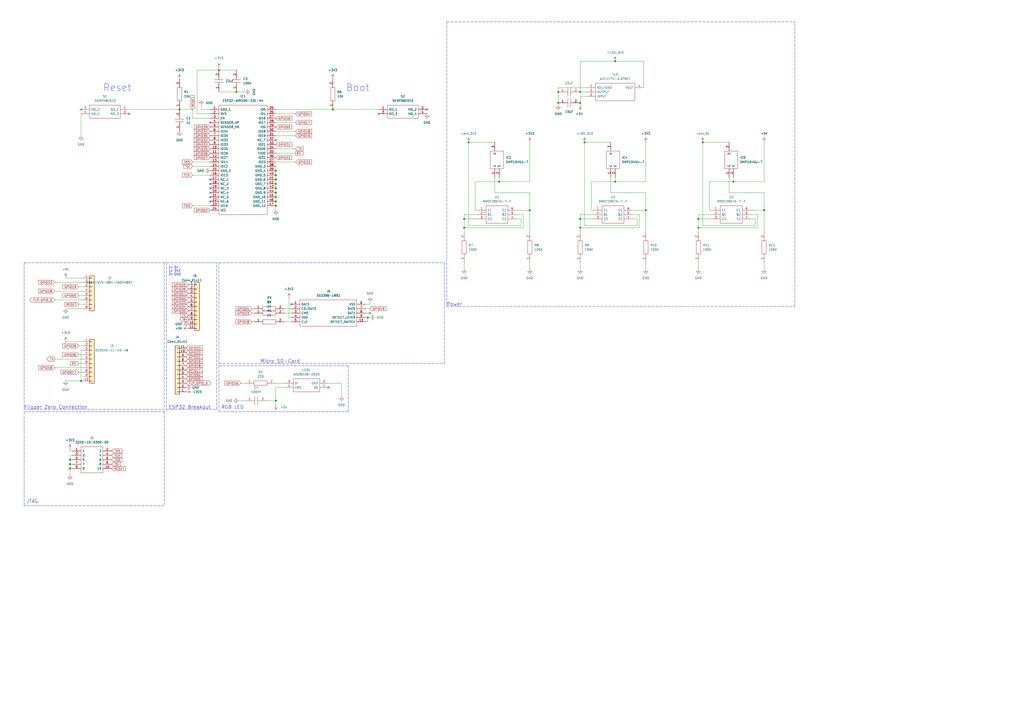
<source format=kicad_sch>
(kicad_sch (version 20211123) (generator eeschema)
  (paper "A2")
  (title_block (title "ESP") (date "2022-12-07") (rev "V0.1.0") (company "JustCallMeKoko & trisp3ar"))
  (lib_symbols
    (symbol "+3V3_1" (power) (pin_names (offset 0))
      (property "Value" "+LDO_3V3" (at 0 5.08 0))
      (symbol "+3V3_1_1_1"
        (pin power_in line (at 0 0 90) (length 0) hide (name "+LDO_3V3") (number "1"))
      )
    )
    (symbol "+3V3_2" (power) (pin_names (offset 0))
      (property "Value" "+3V3_2" (at 0 5.08 0))
      (symbol "+3V3_2_1_1"
        (pin power_in line (at 0 0 90) (length 0) hide (name "+LDO_3V3") (number "1"))
      )
    )
    (symbol "+5V_1" (power) (pin_names (offset 0))
      (property "Value" "+ext_5V" (at 0 5.08 0))
      (symbol "+5V_1_1_1"
        (pin power_in line (at 0 0 90) (length 0) hide (name "+ext_5V") (number "1"))
      )
    )
    (symbol "Connector_Generic:Conn_01x08" (pin_names (offset 1.016) hide)
      (property "Reference" "J" (at 0 10.16 0))
      (property "Value" "Conn_01x08" (at 0 -12.7 0))
      (symbol "Conn_01x08_1_1"
        (pin passive line (at -5.08 7.62 0) (length 3.81) (name "Pin_1") (number "1"))
        (pin passive line (at -5.08 5.08 0) (length 3.81) (name "Pin_2") (number "2"))
        (pin passive line (at -5.08 2.54 0) (length 3.81) (name "Pin_3") (number "3"))
        (pin passive line (at -5.08 0 0) (length 3.81) (name "Pin_4") (number "4"))
        (pin passive line (at -5.08 -2.54 0) (length 3.81) (name "Pin_5") (number "5"))
        (pin passive line (at -5.08 -5.08 0) (length 3.81) (name "Pin_6") (number "6"))
        (pin passive line (at -5.08 -7.62 0) (length 3.81) (name "Pin_7") (number "7"))
        (pin passive line (at -5.08 -10.16 0) (length 3.81) (name "Pin_8") (number "8"))
      )
    )
    (symbol "Connector_Generic:Conn_01x10" (pin_names (offset 1.016) hide)
      (property "Reference" "J" (at 0 12.7 0))
      (property "Value" "Conn_01x10" (at 0 -15.24 0))
      (symbol "Conn_01x10_1_1"
        (pin passive line (at -5.08 10.16 0) (length 3.81) (name "Pin_1") (number "1"))
        (pin passive line (at -5.08 -12.7 0) (length 3.81) (name "Pin_10") (number "10"))
        (pin passive line (at -5.08 7.62 0) (length 3.81) (name "Pin_2") (number "2"))
        (pin passive line (at -5.08 5.08 0) (length 3.81) (name "Pin_3") (number "3"))
        (pin passive line (at -5.08 2.54 0) (length 3.81) (name "Pin_4") (number "4"))
        (pin passive line (at -5.08 0 0) (length 3.81) (name "Pin_5") (number "5"))
        (pin passive line (at -5.08 -2.54 0) (length 3.81) (name "Pin_6") (number "6"))
        (pin passive line (at -5.08 -5.08 0) (length 3.81) (name "Pin_7") (number "7"))
        (pin passive line (at -5.08 -7.62 0) (length 3.81) (name "Pin_8") (number "8"))
        (pin passive line (at -5.08 -10.16 0) (length 3.81) (name "Pin_9") (number "9"))
      )
    )
    (symbol "Connector_Generic:Conn_01x11" (pin_names (offset 1.016) hide)
      (property "Reference" "J" (at 0 15.24 0))
      (property "Value" "Conn_01x11" (at 0 -15.24 0))
      (symbol "Conn_01x11_1_1"
        (pin passive line (at -5.08 12.7 0) (length 3.81) (name "Pin_1") (number "1"))
        (pin passive line (at -5.08 -10.16 0) (length 3.81) (name "Pin_10") (number "10"))
        (pin passive line (at -5.08 -12.7 0) (length 3.81) (name "Pin_11") (number "11"))
        (pin passive line (at -5.08 10.16 0) (length 3.81) (name "Pin_2") (number "2"))
        (pin passive line (at -5.08 7.62 0) (length 3.81) (name "Pin_3") (number "3"))
        (pin passive line (at -5.08 5.08 0) (length 3.81) (name "Pin_4") (number "4"))
        (pin passive line (at -5.08 2.54 0) (length 3.81) (name "Pin_5") (number "5"))
        (pin passive line (at -5.08 0 0) (length 3.81) (name "Pin_6") (number "6"))
        (pin passive line (at -5.08 -2.54 0) (length 3.81) (name "Pin_7") (number "7"))
        (pin passive line (at -5.08 -5.08 0) (length 3.81) (name "Pin_8") (number "8"))
        (pin passive line (at -5.08 -7.62 0) (length 3.81) (name "Pin_9") (number "9"))
      )
    )
    (symbol "SamacSys_Parts:3220-10-0300-00" (pin_names (offset 0.762))
      (property "Reference" "J" (at 19.05 7.62 0))
      (property "Value" "3220-10-0300-00" (at 19.05 5.08 0))
      (symbol "3220-10-0300-00_0_0"
        (pin passive line (at 0 0 0) (length 5.08) (name "1") (number "1"))
        (pin passive line (at 22.86 -10.16 180) (length 5.08) (name "10") (number "10"))
        (pin passive line (at 22.86 0 180) (length 5.08) (name "2") (number "2"))
        (pin passive line (at 0 -2.54 0) (length 5.08) (name "3") (number "3"))
        (pin passive line (at 22.86 -2.54 180) (length 5.08) (name "4") (number "4"))
        (pin passive line (at 0 -5.08 0) (length 5.08) (name "5") (number "5"))
        (pin passive line (at 22.86 -5.08 180) (length 5.08) (name "6") (number "6"))
        (pin passive line (at 0 -7.62 0) (length 5.08) (name "7") (number "7"))
        (pin passive line (at 22.86 -7.62 180) (length 5.08) (name "8") (number "8"))
        (pin passive line (at 0 -10.16 0) (length 5.08) (name "9") (number "9"))
      )
    )
    (symbol "SamacSys_Parts:503398-1892" (pin_names (offset 0.762))
      (property "Reference" "J" (at 39.37 7.62 0))
      (property "Value" "503398-1892" (at 39.37 5.08 0))
      (symbol "503398-1892_0_0"
        (pin passive line (at 0 0 0) (length 5.08) (name "DAT2") (number "1"))
        (pin passive line (at 43.18 -10.16 180) (length 5.08) (name "DETECT_SWITCH") (number "10"))
        (pin passive line (at 0 -2.54 0) (length 5.08) (name "CD/DAT3") (number "2"))
        (pin passive line (at 0 -5.08 0) (length 5.08) (name "CMD") (number "3"))
        (pin passive line (at 0 -7.62 0) (length 5.08) (name "VDD") (number "4"))
        (pin passive line (at 0 -10.16 0) (length 5.08) (name "CLK") (number "5"))
        (pin passive line (at 43.18 0 180) (length 5.08) (name "VSS") (number "6"))
        (pin passive line (at 43.18 -2.54 180) (length 5.08) (name "DAT0") (number "7"))
        (pin passive line (at 43.18 -5.08 180) (length 5.08) (name "DAT1") (number "8"))
        (pin passive line (at 43.18 -7.62 180) (length 5.08) (name "DETECT_LEVER") (number "9"))
      )
    )
    (symbol "SamacSys_Parts:AZ1117H-3.3TRE1" (pin_names (offset 0.762))
      (property "Reference" "IC" (at 29.21 7.62 0))
      (property "Value" "AZ1117H-3.3TRE1" (at 29.21 5.08 0))
      (symbol "AZ1117H-3.3TRE1_0_0"
        (pin passive line (at 0 0 0) (length 5.08) (name "ADJ/GND") (number "1"))
        (pin passive line (at 0 -2.54 0) (length 5.08) (name "OUTPUT") (number "2"))
        (pin passive line (at 0 -5.08 0) (length 5.08) (name "INPUT") (number "3"))
        (pin passive line (at 33.02 0 180) (length 5.08) (name "VOUT") (number "4"))
      )
    )
    (symbol "SamacSys_Parts:CC0402KRX7R7BB104" (pin_names (offset 0.762))
      (property "Reference" "C" (at 8.89 6.35 0))
      (property "Value" "CC0402KRX7R7BB104" (at 8.89 3.81 0))
      (symbol "CC0402KRX7R7BB104_0_0"
        (pin passive line (at 0 0 0) (length 5.08) (name "~") (number "1"))
        (pin passive line (at 12.7 0 180) (length 5.08) (name "~") (number "2"))
      )
    )
    (symbol "SamacSys_Parts:CL05A105KA5NQNC" (pin_names (offset 0.762))
      (property "Reference" "C" (at 8.89 6.35 0))
      (property "Value" "CL05A105KA5NQNC" (at 8.89 3.81 0))
      (symbol "CL05A105KA5NQNC_0_0"
        (pin passive line (at 0 0 0) (length 5.08) (name "~") (number "1"))
        (pin passive line (at 12.7 0 180) (length 5.08) (name "~") (number "2"))
      )
    )
    (symbol "SamacSys_Parts:CL05A106MQ5NUNC" (pin_names (offset 0.762))
      (property "Reference" "C" (at 8.89 6.35 0))
      (property "Value" "CL05A106MQ5NUNC" (at 8.89 3.81 0))
      (symbol "CL05A106MQ5NUNC_0_0"
        (pin passive line (at 0 0 0) (length 5.08) (name "~") (number "1"))
        (pin passive line (at 12.7 0 180) (length 5.08) (name "~") (number "2"))
      )
    )
    (symbol "SamacSys_Parts:CL05B104KO5NNNC" (pin_names (offset 0.762))
      (property "Reference" "C" (at 8.89 6.35 0))
      (property "Value" "CL05B104KO5NNNC" (at 8.89 3.81 0))
      (symbol "CL05B104KO5NNNC_0_0"
        (pin passive line (at 0 0 0) (length 5.08) (name "~") (number "1"))
        (pin passive line (at 12.7 0 180) (length 5.08) (name "~") (number "2"))
      )
    )
    (symbol "SamacSys_Parts:CM05X5R226M06AH080" (pin_names (offset 0.762))
      (property "Reference" "C" (at 8.89 6.35 0))
      (property "Value" "CM05X5R226M06AH080" (at 8.89 3.81 0))
      (symbol "CM05X5R226M06AH080_0_0"
        (pin passive line (at 0 0 0) (length 5.08) (name "~") (number "1"))
        (pin passive line (at 12.7 0 180) (length 5.08) (name "~") (number "2"))
      )
    )
    (symbol "SamacSys_Parts:DMP1045U-7" (pin_names (offset 0.762))
      (property "Reference" "IC" (at 16.51 7.62 0))
      (property "Value" "DMP1045U-7" (at 16.51 5.08 0))
      (symbol "DMP1045U-7_0_0"
        (pin passive line (at 0 0 0) (length 5.08) (name "G") (number "1"))
        (pin passive line (at 0 -2.54 0) (length 5.08) (name "S") (number "2"))
        (pin passive line (at 20.32 0 180) (length 5.08) (name "D") (number "3"))
      )
    )
    (symbol "SamacSys_Parts:ESP32-WROOM-32E-N4" (pin_names (offset 0.762))
      (property "Reference" "IC" (at 34.29 7.62 0))
      (property "Value" "ESP32-WROOM-32E-N4" (at 34.29 5.08 0))
      (symbol "ESP32-WROOM-32E-N4_0_0"
        (pin passive line (at 0 0 0) (length 5.08) (name "GND_1") (number "1"))
        (pin passive line (at 0 -22.86 0) (length 5.08) (name "IO25") (number "10"))
        (pin passive line (at 0 -25.4 0) (length 5.08) (name "IO26") (number "11"))
        (pin passive line (at 0 -27.94 0) (length 5.08) (name "IO27") (number "12"))
        (pin passive line (at 0 -30.48 0) (length 5.08) (name "IO14") (number "13"))
        (pin passive line (at 0 -33.02 0) (length 5.08) (name "IO12") (number "14"))
        (pin passive line (at 0 -35.56 0) (length 5.08) (name "GND_2") (number "15"))
        (pin passive line (at 0 -38.1 0) (length 5.08) (name "IO13") (number "16"))
        (pin passive line (at 0 -40.64 0) (length 5.08) (name "NC_1") (number "17"))
        (pin passive line (at 0 -43.18 0) (length 5.08) (name "NC_2") (number "18"))
        (pin passive line (at 0 -45.72 0) (length 5.08) (name "NC_3") (number "19"))
        (pin passive line (at 0 -2.54 0) (length 5.08) (name "3V3") (number "2"))
        (pin passive line (at 0 -48.26 0) (length 5.08) (name "NC_4") (number "20"))
        (pin passive line (at 0 -50.8 0) (length 5.08) (name "NC_5") (number "21"))
        (pin passive line (at 0 -53.34 0) (length 5.08) (name "NC_6") (number "22"))
        (pin passive line (at 0 -55.88 0) (length 5.08) (name "IO15") (number "23"))
        (pin passive line (at 0 -58.42 0) (length 5.08) (name "IO2") (number "24"))
        (pin passive line (at 38.1 0 180) (length 5.08) (name "IO0") (number "25"))
        (pin passive line (at 38.1 -2.54 180) (length 5.08) (name "IO4") (number "26"))
        (pin passive line (at 38.1 -5.08 180) (length 5.08) (name "IO16") (number "27"))
        (pin passive line (at 38.1 -7.62 180) (length 5.08) (name "IO17") (number "28"))
        (pin passive line (at 38.1 -10.16 180) (length 5.08) (name "IO5") (number "29"))
        (pin passive line (at 0 -5.08 0) (length 5.08) (name "EN") (number "3"))
        (pin passive line (at 38.1 -12.7 180) (length 5.08) (name "IO18") (number "30"))
        (pin passive line (at 38.1 -15.24 180) (length 5.08) (name "IO19") (number "31"))
        (pin passive line (at 38.1 -17.78 180) (length 5.08) (name "NC_7") (number "32"))
        (pin passive line (at 38.1 -20.32 180) (length 5.08) (name "IO21") (number "33"))
        (pin passive line (at 38.1 -22.86 180) (length 5.08) (name "RXD0") (number "34"))
        (pin passive line (at 38.1 -25.4 180) (length 5.08) (name "TXD0") (number "35"))
        (pin passive line (at 38.1 -27.94 180) (length 5.08) (name "IO22") (number "36"))
        (pin passive line (at 38.1 -30.48 180) (length 5.08) (name "IO23") (number "37"))
        (pin passive line (at 38.1 -33.02 180) (length 5.08) (name "GND_3") (number "38"))
        (pin passive line (at 38.1 -35.56 180) (length 5.08) (name "GND_4") (number "39"))
        (pin passive line (at 0 -7.62 0) (length 5.08) (name "SENSOR_VP") (number "4"))
        (pin passive line (at 38.1 -38.1 180) (length 5.08) (name "GND_5") (number "40"))
        (pin passive line (at 38.1 -40.64 180) (length 5.08) (name "GND_6") (number "41"))
        (pin passive line (at 38.1 -43.18 180) (length 5.08) (name "GND_7") (number "42"))
        (pin passive line (at 38.1 -45.72 180) (length 5.08) (name "GND_8") (number "43"))
        (pin passive line (at 38.1 -48.26 180) (length 5.08) (name "GND_9") (number "44"))
        (pin passive line (at 38.1 -50.8 180) (length 5.08) (name "GND_10") (number "45"))
        (pin passive line (at 38.1 -53.34 180) (length 5.08) (name "GND_11") (number "46"))
        (pin passive line (at 38.1 -55.88 180) (length 5.08) (name "GND_12") (number "47"))
        (pin passive line (at 0 -10.16 0) (length 5.08) (name "SENSOR_VN") (number "5"))
        (pin passive line (at 0 -12.7 0) (length 5.08) (name "IO34") (number "6"))
        (pin passive line (at 0 -15.24 0) (length 5.08) (name "IO35") (number "7"))
        (pin passive line (at 0 -17.78 0) (length 5.08) (name "IO32") (number "8"))
        (pin passive line (at 0 -20.32 0) (length 5.08) (name "IO33") (number "9"))
      )
    )
    (symbol "SamacSys_Parts:MMDT2907A-7-F" (pin_names (offset 0.762))
      (property "Reference" "U" (at 19.05 7.62 0))
      (property "Value" "MMDT2907A-7-F" (at 19.05 5.08 0))
      (symbol "MMDT2907A-7-F_0_0"
        (pin passive line (at 0 0 0) (length 5.08) (name "E1") (number "1"))
        (pin passive line (at 0 -2.54 0) (length 5.08) (name "B1") (number "2"))
        (pin passive line (at 0 -5.08 0) (length 5.08) (name "C2") (number "3"))
        (pin passive line (at 22.86 -5.08 180) (length 5.08) (name "E2") (number "4"))
        (pin passive line (at 22.86 -2.54 180) (length 5.08) (name "B2") (number "5"))
        (pin passive line (at 22.86 0 180) (length 5.08) (name "C1") (number "6"))
      )
    )
    (symbol "SamacSys_Parts:RC0402FR-07100KL" (pin_names (offset 0.762))
      (property "Reference" "R" (at 13.97 6.35 0))
      (property "Value" "RC0402FR-07100KL" (at 13.97 3.81 0))
      (symbol "RC0402FR-07100KL_0_0"
        (pin passive line (at 0 0 0) (length 5.08) (name "~") (number "1"))
        (pin passive line (at 17.78 0 180) (length 5.08) (name "~") (number "2"))
      )
    )
    (symbol "SamacSys_Parts:RC0402FR-0710KL" (pin_names (offset 0.762))
      (property "Reference" "R" (at 13.97 6.35 0))
      (property "Value" "RC0402FR-0710KL" (at 13.97 3.81 0))
      (symbol "RC0402FR-0710KL_0_0"
        (pin passive line (at 0 0 0) (length 5.08) (name "~") (number "1"))
        (pin passive line (at 17.78 0 180) (length 5.08) (name "~") (number "2"))
      )
    )
    (symbol "SamacSys_Parts:RC0402FR-071KL" (pin_names (offset 0.762))
      (property "Reference" "R" (at 13.97 6.35 0))
      (property "Value" "RC0402FR-071KL" (at 13.97 3.81 0))
      (symbol "RC0402FR-071KL_0_0"
        (pin passive line (at 0 0 0) (length 5.08) (name "~") (number "1"))
        (pin passive line (at 17.78 0 180) (length 5.08) (name "~") (number "2"))
      )
    )
    (symbol "SamacSys_Parts:RC0402FR-07220RL" (pin_names (offset 0.762))
      (property "Reference" "R" (at 13.97 6.35 0))
      (property "Value" "RC0402FR-07220RL" (at 13.97 3.81 0))
      (symbol "RC0402FR-07220RL_0_0"
        (pin passive line (at 0 0 0) (length 5.08) (name "~") (number "1"))
        (pin passive line (at 17.78 0 180) (length 5.08) (name "~") (number "2"))
      )
    )
    (symbol "SamacSys_Parts:SKRPABE010" (pin_names (offset 0.762))
      (property "Reference" "S" (at 24.13 7.62 0))
      (property "Value" "SKRPABE010" (at 24.13 5.08 0))
      (symbol "SKRPABE010_0_0"
        (pin passive line (at 0 0 0) (length 5.08) (name "NO_1") (number "1"))
        (pin passive line (at 27.94 0 180) (length 5.08) (name "NO_2") (number "2"))
        (pin passive line (at 0 -2.54 0) (length 5.08) (name "NO_3") (number "3"))
        (pin passive line (at 27.94 -2.54 180) (length 5.08) (name "NO_4") (number "4"))
      )
    )
    (symbol "SamacSys_Parts:WS2812B-2020" (pin_names (offset 0.762))
      (property "Reference" "LED" (at 21.59 7.62 0))
      (property "Value" "WS2812B-2020" (at 21.59 5.08 0))
      (symbol "WS2812B-2020_0_0"
        (pin passive line (at 25.4 -2.54 180) (length 5.08) (name "DO") (number "1"))
        (pin passive line (at 25.4 0 180) (length 5.08) (name "GND") (number "2"))
        (pin passive line (at 0 0 0) (length 5.08) (name "DI") (number "3"))
        (pin passive line (at 0 -2.54 0) (length 5.08) (name "VDD") (number "4"))
      )
    )
    (symbol "power:+3V3" (power) (pin_names (offset 0))
      (property "Value" "+3V3" (at 0 3.556 0))
      (symbol "+3V3_1_1"
        (pin power_in line (at 0 0 90) (length 0) hide (name "+3V3") (number "1"))
      )
    )
    (symbol "power:+5V" (power) (pin_names (offset 0))
      (property "Value" "+5V" (at 0 3.556 0))
      (symbol "+5V_1_1"
        (pin power_in line (at 0 0 90) (length 0) hide (name "+5V") (number "1"))
      )
    )
    (symbol "power:+ext_3V3" (power) (pin_names (offset 0))
      (property "Value" "+ext_3V3" (at 0 5.08 0))
      (symbol "+ext_3V3_1_1"
        (pin power_in line (at 0 0 90) (length 0) hide (name "+ext_3V3") (number "1"))
      )
    )
    (symbol "power:GND" (power) (pin_names (offset 0))
      (property "Value" "GND" (at 0 -3.81 0))
      (symbol "GND_1_1"
        (pin power_in line (at 0 0 270) (length 0) hide (name "GND") (number "1"))
      )
    )
  )
  (junction (at 307.34 121.92))
  (junction (at 405.13 127))
  (junction (at 127 40.64))
  (junction (at 160.02 111.76))
  (junction (at 405.13 132.08))
  (junction (at 160.02 104.14))
  (junction (at 160.02 106.68))
  (junction (at 443.23 121.92))
  (junction (at 336.55 59.69))
  (junction (at 269.24 127))
  (junction (at 40.64 269.24))
  (junction (at 289.56 105.41))
  (junction (at 104.14 63.5))
  (junction (at 374.65 121.92))
  (junction (at 213.36 184.15))
  (junction (at 425.45 105.41))
  (junction (at 269.24 132.08))
  (junction (at 160.02 99.06))
  (junction (at 339.09 82.55))
  (junction (at 271.78 82.55))
  (junction (at 336.55 132.08))
  (junction (at 407.67 82.55))
  (junction (at 160.02 101.6))
  (junction (at 160.02 109.22))
  (junction (at 160.02 114.3))
  (junction (at 356.87 35.56))
  (junction (at 193.04 63.5))
  (junction (at 356.87 105.41))
  (junction (at 40.64 271.78))
  (junction (at 323.85 59.69))
  (junction (at 40.64 266.7))
  (junction (at 160.02 116.84))
  (junction (at 137.16 53.34))
  (junction (at 336.55 53.34))
  (junction (at 336.55 127))
  (junction (at 323.85 53.34))
  (junction (at 46.99 220.98))
  (junction (at 160.02 119.38))
  (junction (at 160.02 232.41))
  (no_connect (at 214.63 181.61))
  (no_connect (at 190.5 224.79))
  (no_connect (at 121.92 104.14))
  (no_connect (at 121.92 106.68))
  (no_connect (at 121.92 109.22))
  (no_connect (at 121.92 114.3))
  (no_connect (at 121.92 116.84))
  (no_connect (at 121.92 111.76))
  (no_connect (at 121.92 71.12))
  (no_connect (at 160.02 81.28))
  (no_connect (at 168.91 176.53))
  (no_connect (at 219.71 66.04))
  (no_connect (at 247.65 63.5))
  (no_connect (at 46.99 63.5))
  (no_connect (at 74.93 66.04))
  (wire (pts (xy 405.13 127) (xy 412.75 127)))
  (wire (pts (xy 41.91 264.16) (xy 40.64 264.16)))
  (wire (pts (xy 160.02 232.41) (xy 160.02 234.95)))
  (polyline (pts (xy 95.25 238.76) (xy 95.25 293.37)))
  (wire (pts (xy 160.02 99.06) (xy 160.02 101.6)))
  (wire (pts (xy 31.75 173.99) (xy 48.26 173.99)))
  (wire (pts (xy 307.34 105.41) (xy 289.56 105.41)))
  (wire (pts (xy 307.34 111.76) (xy 307.34 121.92)))
  (wire (pts (xy 121.92 66.04) (xy 114.3 66.04)))
  (wire (pts (xy 40.64 266.7) (xy 40.64 269.24)))
  (wire (pts (xy 443.23 105.41) (xy 425.45 105.41)))
  (wire (pts (xy 336.55 59.69) (xy 336.55 60.96)))
  (wire (pts (xy 289.56 105.41) (xy 289.56 102.87)))
  (polyline (pts (xy 13.97 293.37) (xy 13.97 238.76)))
  (wire (pts (xy 307.34 152.4) (xy 307.34 156.21)))
  (wire (pts (xy 160.02 111.76) (xy 160.02 109.22)))
  (wire (pts (xy 127 53.34) (xy 137.16 53.34)))
  (wire (pts (xy 212.09 179.07) (xy 214.63 179.07)))
  (wire (pts (xy 271.78 82.55) (xy 287.02 82.55)))
  (wire (pts (xy 411.48 121.92) (xy 411.48 105.41)))
  (wire (pts (xy 287.02 111.76) (xy 307.34 111.76)))
  (wire (pts (xy 407.67 130.81) (xy 407.67 82.55)))
  (wire (pts (xy 45.72 176.53) (xy 48.26 176.53)))
  (wire (pts (xy 367.03 124.46) (xy 370.84 124.46)))
  (wire (pts (xy 139.7 222.25) (xy 142.24 222.25)))
  (wire (pts (xy 160.02 114.3) (xy 160.02 111.76)))
  (wire (pts (xy 344.17 124.46) (xy 336.55 124.46)))
  (wire (pts (xy 307.34 82.55) (xy 307.34 105.41)))
  (wire (pts (xy 299.72 124.46) (xy 303.53 124.46)))
  (wire (pts (xy 323.85 59.69) (xy 323.85 60.96)))
  (wire (pts (xy 342.9 121.92) (xy 342.9 105.41)))
  (wire (pts (xy 336.55 53.34) (xy 336.55 35.56)))
  (wire (pts (xy 160.02 116.84) (xy 160.02 119.38)))
  (wire (pts (xy 339.09 130.81) (xy 339.09 82.55)))
  (wire (pts (xy 422.91 111.76) (xy 443.23 111.76)))
  (polyline (pts (xy 257.81 152.4) (xy 257.81 210.82)))
  (wire (pts (xy 336.55 132.08) (xy 336.55 134.62)))
  (polyline (pts (xy 13.97 152.4) (xy 13.97 237.49)))
  (wire (pts (xy 74.93 63.5) (xy 104.14 63.5)))
  (wire (pts (xy 302.26 127) (xy 302.26 130.81)))
  (wire (pts (xy 45.72 210.82) (xy 48.26 210.82)))
  (wire (pts (xy 407.67 82.55) (xy 422.91 82.55)))
  (wire (pts (xy 354.33 111.76) (xy 374.65 111.76)))
  (wire (pts (xy 160.02 66.04) (xy 171.45 66.04)))
  (wire (pts (xy 154.94 232.41) (xy 160.02 232.41)))
  (wire (pts (xy 269.24 127) (xy 269.24 132.08)))
  (wire (pts (xy 374.65 111.76) (xy 374.65 121.92)))
  (wire (pts (xy 269.24 132.08) (xy 269.24 134.62)))
  (wire (pts (xy 287.02 102.87) (xy 287.02 111.76)))
  (wire (pts (xy 369.57 130.81) (xy 339.09 130.81)))
  (polyline (pts (xy 96.52 237.49) (xy 125.73 237.49)))
  (wire (pts (xy 160.02 119.38) (xy 160.02 121.92)))
  (wire (pts (xy 374.65 82.55) (xy 374.65 105.41)))
  (wire (pts (xy 111.76 63.5) (xy 104.14 63.5)))
  (polyline (pts (xy 127 212.09) (xy 201.93 212.09)))
  (wire (pts (xy 41.91 261.62) (xy 40.64 261.62)))
  (wire (pts (xy 121.92 68.58) (xy 111.76 68.58)))
  (wire (pts (xy 276.86 124.46) (xy 269.24 124.46)))
  (wire (pts (xy 160.02 88.9) (xy 171.45 88.9)))
  (wire (pts (xy 40.64 269.24) (xy 40.64 271.78)))
  (wire (pts (xy 336.55 127) (xy 344.17 127)))
  (wire (pts (xy 336.55 152.4) (xy 336.55 156.21)))
  (wire (pts (xy 339.09 82.55) (xy 354.33 82.55)))
  (wire (pts (xy 45.72 215.9) (xy 48.26 215.9)))
  (wire (pts (xy 373.38 50.8) (xy 373.38 35.56)))
  (wire (pts (xy 45.72 200.66) (xy 48.26 200.66)))
  (wire (pts (xy 160.02 224.79) (xy 160.02 232.41)))
  (wire (pts (xy 336.55 35.56) (xy 356.87 35.56)))
  (wire (pts (xy 303.53 132.08) (xy 269.24 132.08)))
  (polyline (pts (xy 125.73 237.49) (xy 125.73 152.4)))
  (wire (pts (xy 38.1 179.07) (xy 48.26 179.07)))
  (wire (pts (xy 114.3 66.04) (xy 114.3 40.64)))
  (wire (pts (xy 412.75 121.92) (xy 411.48 121.92)))
  (polyline (pts (xy 127 210.82) (xy 127 152.4)))
  (wire (pts (xy 165.1 179.07) (xy 168.91 179.07)))
  (polyline (pts (xy 127 152.4) (xy 257.81 152.4)))
  (wire (pts (xy 438.15 127) (xy 438.15 130.81)))
  (wire (pts (xy 370.84 124.46) (xy 370.84 132.08)))
  (polyline (pts (xy 96.52 152.4) (xy 96.52 237.49)))
  (wire (pts (xy 374.65 121.92) (xy 367.03 121.92)))
  (wire (pts (xy 165.1 224.79) (xy 160.02 224.79)))
  (wire (pts (xy 114.3 40.64) (xy 127 40.64)))
  (wire (pts (xy 160.02 76.2) (xy 171.45 76.2)))
  (wire (pts (xy 111.76 101.6) (xy 121.92 101.6)))
  (wire (pts (xy 425.45 105.41) (xy 425.45 102.87)))
  (polyline (pts (xy 127 210.82) (xy 257.81 210.82)))
  (wire (pts (xy 303.53 124.46) (xy 303.53 132.08)))
  (wire (pts (xy 212.09 186.69) (xy 213.36 186.69)))
  (wire (pts (xy 212.09 181.61) (xy 214.63 181.61)))
  (wire (pts (xy 146.05 181.61) (xy 147.32 181.61)))
  (wire (pts (xy 354.33 102.87) (xy 354.33 111.76)))
  (wire (pts (xy 111.76 119.38) (xy 121.92 119.38)))
  (wire (pts (xy 190.5 222.25) (xy 198.12 222.25)))
  (wire (pts (xy 342.9 105.41) (xy 356.87 105.41)))
  (wire (pts (xy 45.72 205.74) (xy 48.26 205.74)))
  (polyline (pts (xy 127 212.09) (xy 127 238.76)))
  (wire (pts (xy 443.23 121.92) (xy 435.61 121.92)))
  (wire (pts (xy 275.59 105.41) (xy 289.56 105.41)))
  (wire (pts (xy 46.99 220.98) (xy 48.26 220.98)))
  (wire (pts (xy 111.76 96.52) (xy 121.92 96.52)))
  (wire (pts (xy 367.03 127) (xy 369.57 127)))
  (wire (pts (xy 340.36 53.34) (xy 336.55 53.34)))
  (wire (pts (xy 160.02 104.14) (xy 160.02 106.68)))
  (wire (pts (xy 138.43 232.41) (xy 142.24 232.41)))
  (wire (pts (xy 111.76 93.98) (xy 121.92 93.98)))
  (wire (pts (xy 160.02 114.3) (xy 160.02 116.84)))
  (wire (pts (xy 411.48 105.41) (xy 425.45 105.41)))
  (wire (pts (xy 307.34 134.62) (xy 307.34 121.92)))
  (wire (pts (xy 160.02 101.6) (xy 160.02 104.14)))
  (wire (pts (xy 213.36 184.15) (xy 214.63 184.15)))
  (wire (pts (xy 214.63 176.53) (xy 214.63 175.26)))
  (wire (pts (xy 116.84 60.96) (xy 116.84 63.5)))
  (wire (pts (xy 373.38 35.56) (xy 356.87 35.56)))
  (wire (pts (xy 438.15 130.81) (xy 407.67 130.81)))
  (wire (pts (xy 405.13 127) (xy 405.13 132.08)))
  (wire (pts (xy 374.65 105.41) (xy 356.87 105.41)))
  (wire (pts (xy 443.23 134.62) (xy 443.23 121.92)))
  (wire (pts (xy 439.42 132.08) (xy 405.13 132.08)))
  (wire (pts (xy 127 39.37) (xy 127 40.64)))
  (wire (pts (xy 167.64 184.15) (xy 168.91 184.15)))
  (polyline (pts (xy 127 238.76) (xy 201.93 238.76)))
  (wire (pts (xy 160.02 106.68) (xy 160.02 109.22)))
  (wire (pts (xy 48.26 203.2) (xy 46.99 203.2)))
  (wire (pts (xy 38.1 198.12) (xy 48.26 198.12)))
  (wire (pts (xy 405.13 152.4) (xy 405.13 156.21)))
  (wire (pts (xy 40.64 264.16) (xy 40.64 266.7)))
  (wire (pts (xy 40.64 261.62) (xy 40.64 260.35)))
  (wire (pts (xy 38.1 161.29) (xy 48.26 161.29)))
  (wire (pts (xy 405.13 124.46) (xy 405.13 127)))
  (wire (pts (xy 443.23 152.4) (xy 443.23 156.21)))
  (wire (pts (xy 160.02 63.5) (xy 193.04 63.5)))
  (wire (pts (xy 31.75 163.83) (xy 48.26 163.83)))
  (wire (pts (xy 31.75 168.91) (xy 48.26 168.91)))
  (wire (pts (xy 269.24 152.4) (xy 269.24 156.21)))
  (wire (pts (xy 167.64 172.72) (xy 167.64 184.15)))
  (wire (pts (xy 412.75 124.46) (xy 405.13 124.46)))
  (polyline (pts (xy 125.73 152.4) (xy 96.52 152.4)))
  (wire (pts (xy 269.24 127) (xy 276.86 127)))
  (wire (pts (xy 435.61 124.46) (xy 439.42 124.46)))
  (wire (pts (xy 374.65 152.4) (xy 374.65 156.21)))
  (wire (pts (xy 336.55 127) (xy 336.55 132.08)))
  (wire (pts (xy 38.1 220.98) (xy 46.99 220.98)))
  (wire (pts (xy 121.92 63.5) (xy 116.84 63.5)))
  (wire (pts (xy 160.02 71.12) (xy 171.45 71.12)))
  (wire (pts (xy 160.02 86.36) (xy 171.45 86.36)))
  (polyline (pts (xy 13.97 152.4) (xy 95.25 152.4)))
  (wire (pts (xy 422.91 102.87) (xy 422.91 111.76)))
  (polyline (pts (xy 13.97 238.76) (xy 95.25 238.76)))
  (wire (pts (xy 40.64 269.24) (xy 41.91 269.24)))
  (wire (pts (xy 46.99 66.04) (xy 46.99 78.74)))
  (wire (pts (xy 137.16 53.34) (xy 142.24 53.34)))
  (wire (pts (xy 45.72 171.45) (xy 48.26 171.45)))
  (wire (pts (xy 443.23 82.55) (xy 443.23 105.41)))
  (wire (pts (xy 302.26 130.81) (xy 271.78 130.81)))
  (wire (pts (xy 160.02 96.52) (xy 160.02 99.06)))
  (wire (pts (xy 31.75 213.36) (xy 48.26 213.36)))
  (wire (pts (xy 40.64 271.78) (xy 41.91 271.78)))
  (wire (pts (xy 405.13 132.08) (xy 405.13 134.62)))
  (wire (pts (xy 198.12 222.25) (xy 198.12 229.87)))
  (polyline (pts (xy 259.08 177.8) (xy 461.01 177.8)))
  (polyline (pts (xy 95.25 152.4) (xy 95.25 237.49)))
  (wire (pts (xy 275.59 121.92) (xy 275.59 105.41)))
  (wire (pts (xy 212.09 184.15) (xy 213.36 184.15)))
  (wire (pts (xy 340.36 50.8) (xy 323.85 50.8)))
  (wire (pts (xy 40.64 266.7) (xy 41.91 266.7)))
  (wire (pts (xy 165.1 186.69) (xy 168.91 186.69)))
  (wire (pts (xy 111.76 68.58) (xy 111.76 63.5)))
  (wire (pts (xy 31.75 208.28) (xy 48.26 208.28)))
  (wire (pts (xy 212.09 176.53) (xy 214.63 176.53)))
  (polyline (pts (xy 13.97 237.49) (xy 95.25 237.49)))
  (wire (pts (xy 160.02 222.25) (xy 165.1 222.25)))
  (wire (pts (xy 165.1 181.61) (xy 168.91 181.61)))
  (polyline (pts (xy 95.25 293.37) (xy 13.97 293.37)))
  (polyline (pts (xy 201.93 238.76) (xy 201.93 212.09)))
  (wire (pts (xy 323.85 50.8) (xy 323.85 53.34)))
  (polyline (pts (xy 259.08 12.7) (xy 461.01 12.7)))
  (wire (pts (xy 439.42 124.46) (xy 439.42 132.08)))
  (wire (pts (xy 369.57 127) (xy 369.57 130.81)))
  (wire (pts (xy 374.65 134.62) (xy 374.65 121.92)))
  (wire (pts (xy 435.61 127) (xy 438.15 127)))
  (wire (pts (xy 276.86 121.92) (xy 275.59 121.92)))
  (wire (pts (xy 271.78 130.81) (xy 271.78 82.55)))
  (wire (pts (xy 146.05 179.07) (xy 147.32 179.07)))
  (wire (pts (xy 146.05 186.69) (xy 147.32 186.69)))
  (wire (pts (xy 356.87 105.41) (xy 356.87 102.87)))
  (wire (pts (xy 344.17 121.92) (xy 342.9 121.92)))
  (wire (pts (xy 127 40.64) (xy 137.16 40.64)))
  (wire (pts (xy 370.84 132.08) (xy 336.55 132.08)))
  (wire (pts (xy 336.55 55.88) (xy 336.55 59.69)))
  (polyline (pts (xy 259.08 12.7) (xy 259.08 177.8)))
  (wire (pts (xy 213.36 184.15) (xy 213.36 186.69)))
  (wire (pts (xy 193.04 63.5) (xy 219.71 63.5)))
  (wire (pts (xy 323.85 53.34) (xy 323.85 59.69)))
  (polyline (pts (xy 461.01 177.8) (xy 461.01 12.7)))
  (wire (pts (xy 443.23 111.76) (xy 443.23 121.92)))
  (wire (pts (xy 340.36 55.88) (xy 336.55 55.88)))
  (wire (pts (xy 336.55 124.46) (xy 336.55 127)))
  (wire (pts (xy 160.02 93.98) (xy 171.45 93.98)))
  (wire (pts (xy 45.72 166.37) (xy 48.26 166.37)))
  (wire (pts (xy 299.72 127) (xy 302.26 127)))
  (wire (pts (xy 160.02 78.74) (xy 171.45 78.74)))
  (wire (pts (xy 46.99 203.2) (xy 46.99 220.98)))
  (wire (pts (xy 269.24 124.46) (xy 269.24 127)))
  (wire (pts (xy 40.64 271.78) (xy 40.64 275.59)))
  (wire (pts (xy 307.34 121.92) (xy 299.72 121.92)))
  (text "ESP32 Breakout" (at 97.79 237.49 0) (effects (font (size 2 2)) (justify left bottom)))
  (text "Boot" (at 200.66 53.34 0) (effects (font (size 4 4)) (justify left bottom)))
  (text "Micro SD-Card" (at 173.99 210.82 180) (effects (font (size 2 2)) (justify right bottom)))
  (text "1x 5V\n1x 3V3\n2x GND" (at 97.79 160.02 0) (effects (font (size 1.27 1.27)) (justify left bottom)))
  (text "Reset" (at 59.69 53.34 0) (effects (font (size 4 4)) (justify left bottom)))
  (text "Power" (at 259.08 177.8 0) (effects (font (size 2 2)) (justify left bottom)))
  (text "RGB LED\n" (at 128.27 237.49 0) (effects (font (size 2 2)) (justify left bottom)))
  (text "Flipper Zero Connection" (at 13.97 237.49 0) (effects (font (size 2 2)) (justify left bottom)))
  (text "JTAG" (at 15.24 292.1 0) (effects (font (size 2 2)) (justify left bottom)))
  (global_label "GPIO18" (shape input) (at 171.45 76.2 0) (property "Intersheet References" "${INTERSHEET_REFS}" (effects hide)))
  (global_label "GPIO39" (shape input) (at 121.92 73.66 180) (property "Intersheet References" "${INTERSHEET_REFS}" (effects hide)))
  (global_label "GPIO04" (shape input) (at 146.05 179.07 180) (property "Intersheet References" "${INTERSHEET_REFS}" (effects hide)))
  (global_label "GPIO33" (shape input) (at 109.22 175.26 180) (property "Intersheet References" "${INTERSHEET_REFS}" (effects hide)))
  (global_label "RESET" (shape input) (at 45.72 176.53 180) (property "Intersheet References" "${INTERSHEET_REFS}" (effects hide)))
  (global_label "GPIO36" (shape input) (at 45.72 205.74 180) (property "Intersheet References" "${INTERSHEET_REFS}" (effects hide)))
  (global_label "TMS" (shape input) (at 111.76 93.98 180) (property "Intersheet References" "${INTERSHEET_REFS}" (effects hide)))
  (global_label "GPIO23" (shape input) (at 171.45 93.98 0) (property "Intersheet References" "${INTERSHEET_REFS}" (effects hide)))
  (global_label "GPIO35" (shape input) (at 109.22 180.34 180) (property "Intersheet References" "${INTERSHEET_REFS}" (effects hide)))
  (global_label "GPIO26" (shape input) (at 121.92 88.9 180) (property "Intersheet References" "${INTERSHEET_REFS}" (effects hide)))
  (global_label "GPIO26" (shape input) (at 109.22 167.64 180) (property "Intersheet References" "${INTERSHEET_REFS}" (effects hide)))
  (global_label "TMS" (shape input) (at 64.77 261.62 0) (property "Intersheet References" "${INTERSHEET_REFS}" (effects hide)))
  (global_label "TCK" (shape input) (at 111.76 101.6 180) (property "Intersheet References" "${INTERSHEET_REFS}" (effects hide)))
  (global_label "TCK" (shape input) (at 64.77 264.16 0) (property "Intersheet References" "${INTERSHEET_REFS}" (effects hide)))
  (global_label "GPIO16" (shape input) (at 160.02 68.58 0) (property "Intersheet References" "${INTERSHEET_REFS}" (effects hide)))
  (global_label "RX" (shape output) (at 109.22 185.42 180) (property "Intersheet References" "${INTERSHEET_REFS}" (effects hide)))
  (global_label "GPIO16" (shape input) (at 139.7 222.25 180) (property "Intersheet References" "${INTERSHEET_REFS}" (effects hide)))
  (global_label "GPIO35" (shape input) (at 121.92 78.74 180) (property "Intersheet References" "${INTERSHEET_REFS}" (effects hide)))
  (global_label "GPIO02" (shape input) (at 107.95 217.17 0) (property "Intersheet References" "${INTERSHEET_REFS}" (effects hide)))
  (global_label "GPIO32" (shape input) (at 121.92 81.28 180) (property "Intersheet References" "${INTERSHEET_REFS}" (effects hide)))
  (global_label "GPIO39" (shape input) (at 45.72 200.66 180) (property "Intersheet References" "${INTERSHEET_REFS}" (effects hide)))
  (global_label "GPIO19" (shape input) (at 171.45 78.74 0) (property "Intersheet References" "${INTERSHEET_REFS}" (effects hide)))
  (global_label "GPIO04" (shape input) (at 171.45 66.04 0) (property "Intersheet References" "${INTERSHEET_REFS}" (effects hide)))
  (global_label "RESET" (shape input) (at 64.77 271.78 0) (property "Intersheet References" "${INTERSHEET_REFS}" (effects hide)))
  (global_label "GPIO27" (shape input) (at 109.22 170.18 180) (property "Intersheet References" "${INTERSHEET_REFS}" (effects hide)))
  (global_label "GPIO05" (shape input) (at 45.72 171.45 180) (property "Intersheet References" "${INTERSHEET_REFS}" (effects hide)))
  (global_label "GPIO23" (shape input) (at 107.95 201.93 0) (property "Intersheet References" "${INTERSHEET_REFS}" (effects hide)))
  (global_label "GPIO22" (shape input) (at 107.95 204.47 0) (property "Intersheet References" "${INTERSHEET_REFS}" (effects hide)))
  (global_label "GPIO21" (shape input) (at 107.95 207.01 0) (property "Intersheet References" "${INTERSHEET_REFS}" (effects hide)))
  (global_label "GPIO18" (shape input) (at 107.95 212.09 0) (property "Intersheet References" "${INTERSHEET_REFS}" (effects hide)))
  (global_label "FLP_GPIO_0" (shape bidirectional) (at 31.75 173.99 180) (property "Intersheet References" "${INTERSHEET_REFS}" (effects hide)))
  (global_label "GPIO19" (shape input) (at 107.95 209.55 0) (property "Intersheet References" "${INTERSHEET_REFS}" (effects hide)))
  (global_label "GPIO19" (shape input) (at 45.72 166.37 180) (property "Intersheet References" "${INTERSHEET_REFS}" (effects hide)))
  (global_label "TX" (shape input) (at 171.45 86.36 0) (property "Intersheet References" "${INTERSHEET_REFS}" (effects hide)))
  (global_label "GPIO33" (shape input) (at 121.92 83.82 180) (property "Intersheet References" "${INTERSHEET_REFS}" (effects hide)))
  (global_label "GPIO19" (shape input) (at 214.63 179.07 0) (property "Intersheet References" "${INTERSHEET_REFS}" (effects hide)))
  (global_label "RX" (shape output) (at 171.45 88.9 0) (property "Intersheet References" "${INTERSHEET_REFS}" (effects hide)))
  (global_label "TX" (shape input) (at 109.22 182.88 180) (property "Intersheet References" "${INTERSHEET_REFS}" (effects hide)))
  (global_label "TDI" (shape input) (at 111.76 96.52 180) (property "Intersheet References" "${INTERSHEET_REFS}" (effects hide)))
  (global_label "GPIO34" (shape input) (at 109.22 177.8 180) (property "Intersheet References" "${INTERSHEET_REFS}" (effects hide)))
  (global_label "GPIO32" (shape input) (at 109.22 172.72 180) (property "Intersheet References" "${INTERSHEET_REFS}" (effects hide)))
  (global_label "GPIO18" (shape input) (at 31.75 213.36 180) (property "Intersheet References" "${INTERSHEET_REFS}" (effects hide)))
  (global_label "GPIO23" (shape input) (at 31.75 163.83 180) (property "Intersheet References" "${INTERSHEET_REFS}" (effects hide)))
  (global_label "GPIO17" (shape input) (at 171.45 71.12 0) (property "Intersheet References" "${INTERSHEET_REFS}" (effects hide)))
  (global_label "GPIO02" (shape input) (at 121.92 121.92 180) (property "Intersheet References" "${INTERSHEET_REFS}" (effects hide)))
  (global_label "GPIO22" (shape input) (at 160.02 91.44 0) (property "Intersheet References" "${INTERSHEET_REFS}" (effects hide)))
  (global_label "FLP_GPIO_0" (shape bidirectional) (at 107.95 222.25 0) (property "Intersheet References" "${INTERSHEET_REFS}" (effects hide)))
  (global_label "GPIO34" (shape input) (at 121.92 76.2 180) (property "Intersheet References" "${INTERSHEET_REFS}" (effects hide)))
  (global_label "GPIO05" (shape input) (at 107.95 219.71 0) (property "Intersheet References" "${INTERSHEET_REFS}" (effects hide)))
  (global_label "GPIO23" (shape input) (at 146.05 181.61 180) (property "Intersheet References" "${INTERSHEET_REFS}" (effects hide)))
  (global_label "TDI" (shape input) (at 64.77 269.24 0) (property "Intersheet References" "${INTERSHEET_REFS}" (effects hide)))
  (global_label "GPIO18" (shape input) (at 146.05 186.69 180) (property "Intersheet References" "${INTERSHEET_REFS}" (effects hide)))
  (global_label "TX" (shape output) (at 31.75 208.28 180) (property "Intersheet References" "${INTERSHEET_REFS}" (effects hide)))
  (global_label "GPIO18" (shape input) (at 31.75 168.91 180) (property "Intersheet References" "${INTERSHEET_REFS}" (effects hide)))
  (global_label "GPIO05" (shape input) (at 160.02 73.66 0) (property "Intersheet References" "${INTERSHEET_REFS}" (effects hide)))
  (global_label "GPIO27" (shape input) (at 121.92 91.44 180) (property "Intersheet References" "${INTERSHEET_REFS}" (effects hide)))
  (global_label "RESET" (shape input) (at 111.76 63.5 90) (property "Intersheet References" "${INTERSHEET_REFS}" (effects hide)))
  (global_label "GPIO17" (shape input) (at 107.95 214.63 0) (property "Intersheet References" "${INTERSHEET_REFS}" (effects hide)))
  (global_label "GPIO25" (shape input) (at 121.92 86.36 180) (property "Intersheet References" "${INTERSHEET_REFS}" (effects hide)))
  (global_label "TDO" (shape input) (at 111.76 119.38 180) (property "Intersheet References" "${INTERSHEET_REFS}" (effects hide)))
  (global_label "GPIO017" (shape input) (at 45.72 215.9 180) (property "Intersheet References" "${INTERSHEET_REFS}" (effects hide)))
  (global_label "GPIO21" (shape input) (at 160.02 83.82 0) (property "Intersheet References" "${INTERSHEET_REFS}" (effects hide)))
  (global_label "RX" (shape input) (at 45.72 210.82 180) (property "Intersheet References" "${INTERSHEET_REFS}" (effects hide)))
  (global_label "GPIO25" (shape input) (at 109.22 165.1 180) (property "Intersheet References" "${INTERSHEET_REFS}" (effects hide)))
  (global_label "TDO" (shape input) (at 64.77 266.7 0) (property "Intersheet References" "${INTERSHEET_REFS}" (effects hide)))
  (symbol (lib_id "power:GND") (at 107.95 224.79 90) (unit 1)
    (property "Reference" "#PWR010" (effects hide))
    (property "Value" "GND" (at 115.57 224.79 90) (effects (justify left)))
  )
  (symbol (lib_id "power:+3V3") (at 193.04 45.72 0) (unit 1)
    (property "Reference" "#PWR022" (effects hide))
    (property "Value" "+3V3" (at 193.04 40.64 0))
  )
  (symbol (lib_id "power:GND") (at 307.34 156.21 0) (unit 1)
    (property "Reference" "#PWR030" (effects hide))
    (property "Value" "GND" (at 307.34 161.29 0))
  )
  (symbol (lib_id "power:GND") (at 247.65 66.04 0) (unit 1)
    (property "Reference" "#PWR026" (effects hide))
    (property "Value" "GND" (at 247.65 71.12 0))
  )
  (symbol (lib_name "+5V_1") (lib_id "power:+5V") (at 407.67 82.55 0) (unit 1)
    (property "Reference" "#PWR039" (effects hide))
    (property "Value" "+ext_5V" (at 407.67 77.47 0))
  )
  (symbol (lib_id "SamacSys_Parts:RC0402FR-071KL") (at 147.32 179.07 0) (unit 1)
    (property "Reference" "R3" (at 156.21 172.72 0))
    (property "Value" "1K" (at 156.21 175.26 0))
    (property "Footprint" "RESC1005X40N" (effects hide))
    (property "Datasheet" "https://www.yageo.com/upload/media/product/productsearch/datasheet/rchip/PYu-RC_Group_51_RoHS_L_11.pdf" (effects hide))
    (property "Description" "GENERAL PURPOSE CHIP RESISTORS" (effects hide))
    (property "Height" "0.4" (effects hide))
    (property "Manufacturer_Name" "KEMET" (effects hide))
    (property "Manufacturer_Part_Number" "RC0402FR-071KL" (effects hide))
    (property "Mouser Part Number" "603-RC0402FR-071KL" (effects hide))
    (property "Mouser Price/Stock" "https://www.mouser.co.uk/ProductDetail/YAGEO/RC0402FR-071KL?qs=V1yeUXFNrknDEmWLmm5v6g%3D%3D" (effects hide))
    (property "Arrow Part Number" "RC0402FR-071KL" (effects hide))
    (property "Arrow Price/Stock" "https://www.arrow.com/en/products/rc0402fr-071kl/yageo?region=nac" (effects hide))
  )
  (symbol (lib_id "power:+3V3") (at 38.1 198.12 0) (unit 1)
    (property "Reference" "#PWR03" (effects hide))
    (property "Value" "+3V3" (at 38.1 193.04 0))
  )
  (symbol (lib_id "SamacSys_Parts:DMP1045U-7") (at 287.02 102.87 90) (unit 1)
    (property "Reference" "IC2" (at 293.37 91.4399 90) (effects (justify right)))
    (property "Value" "DMP1045U-7" (at 293.37 93.9799 90) (effects (justify right)))
    (property "Footprint" "SOT96P240X120-3N" (effects hide))
    (property "Datasheet" "https://datasheet.datasheetarchive.com/originals/distributors/Datasheets-DGA24/1599196.pdf" (effects hide))
    (property "Description" "P-Channel Enhancement MOSFET SOT-23 Diodes Inc DMP1045U-7 P-channel MOSFET Transistor, 5.2 A, -12 V, 3-Pin SOT23" (effects hide))
    (property "Height" "1.2" (effects hide))
    (property "Manufacturer_Name" "Diodes Inc." (effects hide))
    (property "Manufacturer_Part_Number" "DMP1045U-7" (effects hide))
    (property "Mouser Part Number" "621-DMP1045U-7" (effects hide))
    (property "Mouser Price/Stock" "https://www.mouser.co.uk/ProductDetail/Diodes-Incorporated/DMP1045U-7?qs=T%2FOtf55vL7eEKnIWhgMvTQ%3D%3D" (effects hide))
    (property "Arrow Part Number" "DMP1045U-7" (effects hide))
    (property "Arrow Price/Stock" "https://www.arrow.com/en/products/dmp1045u-7/diodes-incorporated?region=nac" (effects hide))
  )
  (symbol (lib_id "SamacSys_Parts:503398-1892") (at 168.91 176.53 0) (unit 1)
    (property "Reference" "J6" (at 190.5 168.91 0))
    (property "Value" "503398-1892" (at 190.5 171.45 0))
    (property "Footprint" "503398-1892" (effects hide))
    (property "Datasheet" "http://www.molex.com/webdocs/datasheets/pdf/en-us//5033981892_MEMORY_CARD_SOCKET.pdf" (effects hide))
    (property "Description" "MicroSD SMT Push-Push 1.28mm height MicroSD SMT Push-Push 1.28mm height" (effects hide))
    (property "Manufacturer_Name" "Molex" (effects hide))
    (property "Manufacturer_Part_Number" "503398-1892" (effects hide))
    (property "Mouser Part Number" "538-503398-1892" (effects hide))
    (property "Mouser Price/Stock" "https://www.mouser.co.uk/ProductDetail/Molex/503398-1892?qs=b0v8CoHHvSMxV%252BW12iKaSg%3D%3D" (effects hide))
  )
  (symbol (lib_id "power:GND") (at 104.14 76.2 0) (unit 1)
    (property "Reference" "#PWR09" (effects hide))
    (property "Value" "GND" (at 104.14 81.28 0))
  )
  (symbol (lib_id "power:GND") (at 443.23 156.21 0) (unit 1)
    (property "Reference" "#PWR041" (effects hide))
    (property "Value" "GND" (at 443.23 161.29 0))
  )
  (symbol (lib_id "SamacSys_Parts:RC0402FR-07100KL") (at 374.65 152.4 90) (unit 1)
    (property "Reference" "R10" (at 377.19 142.2399 90) (effects (justify right)))
    (property "Value" "100K" (at 377.19 144.7799 90) (effects (justify right)))
    (property "Footprint" "RESC1005X40N" (effects hide))
    (property "Datasheet" "https://datasheet.datasheetarchive.com/originals/distributors/Datasheets_SAMA/902f9e387b938f871d31120f5fc1d65e.pdf" (effects hide))
    (property "Description" "GENERAL PURPOSE CHIP RESISTORS" (effects hide))
    (property "Height" "0.4" (effects hide))
    (property "Manufacturer_Name" "KEMET" (effects hide))
    (property "Manufacturer_Part_Number" "RC0402FR-07100KL" (effects hide))
    (property "Mouser Part Number" "603-RC0402FR-07100KL" (effects hide))
    (property "Mouser Price/Stock" "https://www.mouser.co.uk/ProductDetail/YAGEO/RC0402FR-07100KL?qs=mnq%2FyloZIXzTlUn7JAHSWg%3D%3D" (effects hide))
    (property "Arrow Part Number" "RC0402FR-07100KL" (effects hide))
    (property "Arrow Price/Stock" "https://www.arrow.com/en/products/rc0402fr-07100kl/yageo" (effects hide))
  )
  (symbol (lib_id "SamacSys_Parts:CL05A105KA5NQNC") (at 104.14 76.2 90) (unit 1)
    (property "Reference" "C1" (at 107.95 68.5799 90) (effects (justify right)))
    (property "Value" "1u" (at 107.95 71.1199 90) (effects (justify right)))
    (property "Footprint" "CAPC1005X60N" (effects hide))
    (property "Datasheet" "https://www.arrow.com/en/products/cl05a105ka5nqnc/samsung-electro-mechanics" (effects hide))
    (property "Description" "Cap Ceramic 1uF 25V X5R 10% Pad SMD 0402 85C T/R" (effects hide))
    (property "Height" "0.6" (effects hide))
    (property "Manufacturer_Name" "Samsung Electro-Mechanics" (effects hide))
    (property "Manufacturer_Part_Number" "CL05A105KA5NQNC" (effects hide))
    (property "Mouser Part Number" "187-CL05A105KA5NQNC" (effects hide))
    (property "Mouser Price/Stock" "https://www.mouser.co.uk/ProductDetail/Samsung-Electro-Mechanics/CL05A105KA5NQNC?qs=X6jEic%2FHinDIeFgZnm60Lw%3D%3D" (effects hide))
    (property "Arrow Part Number" "CL05A105KA5NQNC" (effects hide))
    (property "Arrow Price/Stock" "https://www.arrow.com/en/products/cl05a105ka5nqnc/samsung-electro-mechanics?region=europe" (effects hide))
  )
  (symbol (lib_id "SamacSys_Parts:RC0402FR-07100KL") (at 307.34 152.4 90) (unit 1)
    (property "Reference" "R8" (at 309.88 142.2399 90) (effects (justify right)))
    (property "Value" "100K" (at 309.88 144.7799 90) (effects (justify right)))
    (property "Footprint" "RESC1005X40N" (effects hide))
    (property "Datasheet" "https://datasheet.datasheetarchive.com/originals/distributors/Datasheets_SAMA/902f9e387b938f871d31120f5fc1d65e.pdf" (effects hide))
    (property "Description" "GENERAL PURPOSE CHIP RESISTORS" (effects hide))
    (property "Height" "0.4" (effects hide))
    (property "Manufacturer_Name" "KEMET" (effects hide))
    (property "Manufacturer_Part_Number" "RC0402FR-07100KL" (effects hide))
    (property "Mouser Part Number" "603-RC0402FR-07100KL" (effects hide))
    (property "Mouser Price/Stock" "https://www.mouser.co.uk/ProductDetail/YAGEO/RC0402FR-07100KL?qs=mnq%2FyloZIXzTlUn7JAHSWg%3D%3D" (effects hide))
    (property "Arrow Part Number" "RC0402FR-07100KL" (effects hide))
    (property "Arrow Price/Stock" "https://www.arrow.com/en/products/rc0402fr-07100kl/yageo" (effects hide))
  )
  (symbol (lib_id "power:+3V3") (at 40.64 260.35 0) (unit 1)
    (property "Reference" "#PWR05" (effects hide))
    (property "Value" "+3V3" (at 40.64 255.27 0))
  )
  (symbol (lib_id "Connector_Generic:Conn_01x11") (at 102.87 214.63 180) (unit 1)
    (property "Reference" "J4" (at 102.87 195.58 0))
    (property "Value" "Conn_01x11" (at 102.87 198.12 0))
  )
  (symbol (lib_id "SamacSys_Parts:MMDT2907A-7-F") (at 344.17 121.92 0) (unit 1)
    (property "Reference" "U2" (at 355.6 114.3 0))
    (property "Value" "MMDT2907A-7-F" (at 355.6 116.84 0))
    (property "Footprint" "SOT65P210X110-6N" (effects hide))
    (property "Datasheet" "https://www.digikey.com/product-detail/en/diodes-incorporated/MMDT2907A-7-F/MMDT2907A-FDICT-ND/755507" (effects hide))
    (property "Description" "Diodes Inc MMDT2907A-7-F Dual PNP Bipolar Transistor, -600 mA, -60 V, 6-Pin SOT-363" (effects hide))
    (property "Height" "1.1" (effects hide))
    (property "Manufacturer_Name" "Diodes Inc." (effects hide))
    (property "Manufacturer_Part_Number" "MMDT2907A-7-F" (effects hide))
    (property "Mouser Part Number" "621-MMDT2907A-F" (effects hide))
    (property "Mouser Price/Stock" "https://www.mouser.co.uk/ProductDetail/Diodes-Incorporated/MMDT2907A-7-F?qs=r2lzopzdS3aWhNHiAefFpg%3D%3D" (effects hide))
    (property "Arrow Part Number" "MMDT2907A-7-F" (effects hide))
    (property "Arrow Price/Stock" "https://www.arrow.com/en/products/mmdt2907a-7-f/diodes-incorporated" (effects hide))
  )
  (symbol (lib_id "power:+3V3") (at 127 39.37 0) (unit 1)
    (property "Reference" "#PWR016" (effects hide))
    (property "Value" "+3V3" (at 127 33.655 0))
  )
  (symbol (lib_id "SamacSys_Parts:RC0402FR-07100KL") (at 443.23 152.4 90) (unit 1)
    (property "Reference" "R12" (at 445.77 142.2399 90) (effects (justify right)))
    (property "Value" "100K" (at 445.77 144.7799 90) (effects (justify right)))
    (property "Footprint" "RESC1005X40N" (effects hide))
    (property "Datasheet" "https://datasheet.datasheetarchive.com/originals/distributors/Datasheets_SAMA/902f9e387b938f871d31120f5fc1d65e.pdf" (effects hide))
    (property "Description" "GENERAL PURPOSE CHIP RESISTORS" (effects hide))
    (property "Height" "0.4" (effects hide))
    (property "Manufacturer_Name" "KEMET" (effects hide))
    (property "Manufacturer_Part_Number" "RC0402FR-07100KL" (effects hide))
    (property "Mouser Part Number" "603-RC0402FR-07100KL" (effects hide))
    (property "Mouser Price/Stock" "https://www.mouser.co.uk/ProductDetail/YAGEO/RC0402FR-07100KL?qs=mnq%2FyloZIXzTlUn7JAHSWg%3D%3D" (effects hide))
    (property "Arrow Part Number" "RC0402FR-07100KL" (effects hide))
    (property "Arrow Price/Stock" "https://www.arrow.com/en/products/rc0402fr-07100kl/yageo" (effects hide))
  )
  (symbol (lib_id "power:+5V") (at 336.55 60.96 180) (unit 1)
    (property "Reference" "#PWR032" (effects hide))
    (property "Value" "+5V" (at 334.01 66.04 0) (effects (justify right)))
  )
  (symbol (lib_id "power:+3V3") (at 374.65 82.55 0) (unit 1)
    (property "Reference" "#PWR036" (effects hide))
    (property "Value" "+3V3" (at 374.65 77.47 0))
  )
  (symbol (lib_id "power:+3V3") (at 307.34 82.55 0) (unit 1)
    (property "Reference" "#PWR029" (effects hide))
    (property "Value" "+3V3" (at 307.34 77.47 0))
  )
  (symbol (lib_id "SamacSys_Parts:RC0402FR-07220RL") (at 142.24 222.25 0) (unit 1)
    (property "Reference" "R2" (at 151.13 215.9 0))
    (property "Value" "220" (at 151.13 218.44 0))
    (property "Footprint" "RESC1005X40N" (effects hide))
    (property "Datasheet" "https://datasheet.datasheetarchive.com/originals/distributors/Datasheets_SAMA/902f9e387b938f871d31120f5fc1d65e.pdf" (effects hide))
    (property "Description" "YAGEO (PHYCOMP) - RC0402FR-07220RL - RES, THICK FILM, 220R, 1%, 0.063W, 0402" (effects hide))
    (property "Height" "0.4" (effects hide))
    (property "Manufacturer_Name" "KEMET" (effects hide))
    (property "Manufacturer_Part_Number" "RC0402FR-07220RL" (effects hide))
    (property "Mouser Part Number" "603-RC0402FR-07220RL" (effects hide))
    (property "Mouser Price/Stock" "https://www.mouser.co.uk/ProductDetail/YAGEO/RC0402FR-07220RL?qs=UOUeRUa%252B8Wkw9iNOZEwgHw%3D%3D" (effects hide))
    (property "Arrow Part Number" "RC0402FR-07220RL" (effects hide))
    (property "Arrow Price/Stock" "https://www.arrow.com/en/products/rc0402fr-07220rl/yageo?region=nac" (effects hide))
  )
  (symbol (lib_id "SamacSys_Parts:DMP1045U-7") (at 354.33 102.87 90) (unit 1)
    (property "Reference" "IC4" (at 360.68 91.4399 90) (effects (justify right)))
    (property "Value" "DMP1045U-7" (at 360.68 93.9799 90) (effects (justify right)))
    (property "Footprint" "SOT96P240X120-3N" (effects hide))
    (property "Datasheet" "https://datasheet.datasheetarchive.com/originals/distributors/Datasheets-DGA24/1599196.pdf" (effects hide))
    (property "Description" "P-Channel Enhancement MOSFET SOT-23 Diodes Inc DMP1045U-7 P-channel MOSFET Transistor, 5.2 A, -12 V, 3-Pin SOT23" (effects hide))
    (property "Height" "1.2" (effects hide))
    (property "Manufacturer_Name" "Diodes Inc." (effects hide))
    (property "Manufacturer_Part_Number" "DMP1045U-7" (effects hide))
    (property "Mouser Part Number" "621-DMP1045U-7" (effects hide))
    (property "Mouser Price/Stock" "https://www.mouser.co.uk/ProductDetail/Diodes-Incorporated/DMP1045U-7?qs=T%2FOtf55vL7eEKnIWhgMvTQ%3D%3D" (effects hide))
    (property "Arrow Part Number" "DMP1045U-7" (effects hide))
    (property "Arrow Price/Stock" "https://www.arrow.com/en/products/dmp1045u-7/diodes-incorporated?region=nac" (effects hide))
  )
  (symbol (lib_id "power:+3V3") (at 107.95 227.33 270) (unit 1)
    (property "Reference" "#PWR011" (effects hide))
    (property "Value" "+3V3" (at 111.76 227.3299 90) (effects (justify left)))
  )
  (symbol (lib_id "SamacSys_Parts:WS2812B-2020") (at 165.1 222.25 0) (unit 1)
    (property "Reference" "LED1" (at 177.8 214.63 0))
    (property "Value" "WS2812B-2020" (at 177.8 217.17 0))
    (property "Footprint" "WS2812B2020" (effects hide))
    (property "Datasheet" "https://www.alldatasheet.com/datasheet-pdf/pdf/1134522/WORLDSEMI/WS2812B-2020.html" (effects hide))
    (property "Description" "LED; SMD; 2020; RGB; 2x2x0.84mm; 3.75.3V; Lens: transparent; 2kHz" (effects hide))
    (property "Height" "0.84" (effects hide))
    (property "Manufacturer_Name" "Worldsemi" (effects hide))
    (property "Manufacturer_Part_Number" "WS2812B-2020" (effects hide))
  )
  (symbol (lib_id "SamacSys_Parts:CC0402KRX7R7BB104") (at 142.24 232.41 0) (unit 1)
    (property "Reference" "C4" (at 148.59 224.79 0))
    (property "Value" "100nF" (at 148.59 227.33 0))
    (property "Footprint" "CAPC1005X55N" (effects hide))
    (property "Datasheet" "http://www.datasheets360.com/pdf/-5354154806277341459" (effects hide))
    (property "Description" "Cap 100nF 16V 0402 SMD 10% X7R Phycomp 100nF Multilayer Ceramic Capacitor (MLCC) 16 V dc +/-10% X7R dielectric Standard max op. temp. +125C" (effects hide))
    (property "Height" "0.55" (effects hide))
    (property "Manufacturer_Name" "KEMET" (effects hide))
    (property "Manufacturer_Part_Number" "CC0402KRX7R7BB104" (effects hide))
    (property "Mouser Part Number" "603-CC402KRX7R7BB104" (effects hide))
    (property "Mouser Price/Stock" "https://www.mouser.co.uk/ProductDetail/YAGEO/CC0402KRX7R7BB104?qs=AgBp2OyFlx%252BSOyhfyS7hpw%3D%3D" (effects hide))
    (property "Arrow Part Number" "CC0402KRX7R7BB104" (effects hide))
    (property "Arrow Price/Stock" "https://www.arrow.com/en/products/cc0402krx7r7bb104/yageo?region=nac" (effects hide))
  )
  (symbol (lib_id "SamacSys_Parts:ESP32-WROOM-32E-N4") (at 121.92 63.5 0) (unit 1)
    (property "Reference" "IC1" (at 140.97 55.88 0))
    (property "Value" "ESP32-WROOM-32E-N4" (at 140.97 58.42 0))
    (property "Footprint" "ESP32WROOM32EN4" (effects hide))
    (property "Datasheet" "https://www.espressif.com/sites/default/files/documentation/esp32-wroom-32e_esp32-wroom-32ue_datasheet_en.pdf" (effects hide))
    (property "Description" "RX TXRX MOD WIFI TRACE ANT SMD" (effects hide))
    (property "Height" "3.25" (effects hide))
    (property "Manufacturer_Name" "Espressif Systems" (effects hide))
    (property "Manufacturer_Part_Number" "ESP32-WROOM-32E-N4" (effects hide))
    (property "Mouser Part Number" "356-ESP32WRM32E132PH" (effects hide))
    (property "Mouser Price/Stock" "https://www.mouser.co.uk/ProductDetail/Espressif-Systems/ESP32-WROOM-32E-N4?qs=Li%252BoUPsLEnsPzTWsi%252BRMgQ%3D%3D" (effects hide))
  )
  (symbol (lib_id "SamacSys_Parts:RC0402FR-07100KL") (at 269.24 152.4 90) (unit 1)
    (property "Reference" "R7" (at 271.78 142.2399 90) (effects (justify right)))
    (property "Value" "100K" (at 271.78 144.7799 90) (effects (justify right)))
    (property "Footprint" "RESC1005X40N" (effects hide))
    (property "Datasheet" "https://datasheet.datasheetarchive.com/originals/distributors/Datasheets_SAMA/902f9e387b938f871d31120f5fc1d65e.pdf" (effects hide))
    (property "Description" "GENERAL PURPOSE CHIP RESISTORS" (effects hide))
    (property "Height" "0.4" (effects hide))
    (property "Manufacturer_Name" "KEMET" (effects hide))
    (property "Manufacturer_Part_Number" "RC0402FR-07100KL" (effects hide))
    (property "Mouser Part Number" "603-RC0402FR-07100KL" (effects hide))
    (property "Mouser Price/Stock" "https://www.mouser.co.uk/ProductDetail/YAGEO/RC0402FR-07100KL?qs=mnq%2FyloZIXzTlUn7JAHSWg%3D%3D" (effects hide))
    (property "Arrow Part Number" "RC0402FR-07100KL" (effects hide))
    (property "Arrow Price/Stock" "https://www.arrow.com/en/products/rc0402fr-07100kl/yageo" (effects hide))
  )
  (symbol (lib_name "+3V3_1") (lib_id "power:+3V3") (at 356.87 35.56 0) (unit 1)
    (property "Reference" "#PWR035" (effects hide))
    (property "Value" "+LDO_3V3" (at 356.87 30.48 0))
  )
  (symbol (lib_id "power:+5V") (at 109.22 190.5 90) (unit 1)
    (property "Reference" "#PWR013" (effects hide))
    (property "Value" "+5V" (at 101.6 190.5 90) (effects (justify right)))
  )
  (symbol (lib_id "SamacSys_Parts:CL05B104KO5NNNC") (at 137.16 53.34 90) (unit 1)
    (property "Reference" "C3" (at 140.97 45.7199 90) (effects (justify right)))
    (property "Value" "100n" (at 140.97 48.2599 90) (effects (justify right)))
    (property "Footprint" "CAPC1005X55N" (effects hide))
    (property "Datasheet" "https://datasheet.datasheetarchive.com/originals/distributors/Datasheets-DGA10/2408147.pdf" (effects hide))
    (property "Description" "Samsung Electro-Mechanics CL05B104KO5NNNC 100nF Multilayer Ceramic Capacitor MLCC 16V dc +/-10% Tolerance SMD" (effects hide))
    (property "Height" "0.55" (effects hide))
    (property "Manufacturer_Name" "Samsung Electro-Mechanics" (effects hide))
    (property "Manufacturer_Part_Number" "CL05B104KO5NNNC" (effects hide))
    (property "Mouser Part Number" "187-CL05B104KO5NNNC" (effects hide))
    (property "Mouser Price/Stock" "https://www.mouser.co.uk/ProductDetail/Samsung-Electro-Mechanics/CL05B104KO5NNNC?qs=hqM3L16%252BxlfT2SKOuAUq6Q%3D%3D" (effects hide))
    (property "Arrow Part Number" "CL05B104KO5NNNC" (effects hide))
    (property "Arrow Price/Stock" "https://www.arrow.com/en/products/cl05b104ko5nnnc/samsung-electro-mechanics?region=europe" (effects hide))
  )
  (symbol (lib_id "power:+5V") (at 160.02 234.95 180) (unit 1)
    (property "Reference" "#PWR019" (effects hide))
    (property "Value" "+5V" (at 162.56 236.2199 0) (effects (justify right)))
  )
  (symbol (lib_id "SamacSys_Parts:DMP1045U-7") (at 422.91 102.87 90) (unit 1)
    (property "Reference" "IC5" (at 429.26 91.4399 90) (effects (justify right)))
    (property "Value" "DMP1045U-7" (at 429.26 93.9799 90) (effects (justify right)))
    (property "Footprint" "SOT96P240X120-3N" (effects hide))
    (property "Datasheet" "https://datasheet.datasheetarchive.com/originals/distributors/Datasheets-DGA24/1599196.pdf" (effects hide))
    (property "Description" "P-Channel Enhancement MOSFET SOT-23 Diodes Inc DMP1045U-7 P-channel MOSFET Transistor, 5.2 A, -12 V, 3-Pin SOT23" (effects hide))
    (property "Height" "1.2" (effects hide))
    (property "Manufacturer_Name" "Diodes Inc." (effects hide))
    (property "Manufacturer_Part_Number" "DMP1045U-7" (effects hide))
    (property "Mouser Part Number" "621-DMP1045U-7" (effects hide))
    (property "Mouser Price/Stock" "https://www.mouser.co.uk/ProductDetail/Diodes-Incorporated/DMP1045U-7?qs=T%2FOtf55vL7eEKnIWhgMvTQ%3D%3D" (effects hide))
    (property "Arrow Part Number" "DMP1045U-7" (effects hide))
    (property "Arrow Price/Stock" "https://www.arrow.com/en/products/dmp1045u-7/diodes-incorporated?region=nac" (effects hide))
  )
  (symbol (lib_id "power:GND") (at 46.99 78.74 0) (unit 1)
    (property "Reference" "#PWR07" (effects hide))
    (property "Value" "GND" (at 46.99 83.82 0))
  )
  (symbol (lib_id "power:GND") (at 214.63 184.15 90) (unit 1)
    (property "Reference" "#PWR025" (effects hide))
    (property "Value" "GND" (at 218.44 184.1499 90) (effects (justify right)))
  )
  (symbol (lib_id "power:GND") (at 374.65 156.21 0) (unit 1)
    (property "Reference" "#PWR037" (effects hide))
    (property "Value" "GND" (at 374.65 161.29 0))
  )
  (symbol (lib_id "SamacSys_Parts:MMDT2907A-7-F") (at 276.86 121.92 0) (unit 1)
    (property "Reference" "U1" (at 288.29 114.3 0))
    (property "Value" "MMDT2907A-7-F" (at 288.29 116.84 0))
    (property "Footprint" "SOT65P210X110-6N" (effects hide))
    (property "Datasheet" "https://www.digikey.com/product-detail/en/diodes-incorporated/MMDT2907A-7-F/MMDT2907A-FDICT-ND/755507" (effects hide))
    (property "Description" "Diodes Inc MMDT2907A-7-F Dual PNP Bipolar Transistor, -600 mA, -60 V, 6-Pin SOT-363" (effects hide))
    (property "Height" "1.1" (effects hide))
    (property "Manufacturer_Name" "Diodes Inc." (effects hide))
    (property "Manufacturer_Part_Number" "MMDT2907A-7-F" (effects hide))
    (property "Mouser Part Number" "621-MMDT2907A-F" (effects hide))
    (property "Mouser Price/Stock" "https://www.mouser.co.uk/ProductDetail/Diodes-Incorporated/MMDT2907A-7-F?qs=r2lzopzdS3aWhNHiAefFpg%3D%3D" (effects hide))
    (property "Arrow Part Number" "MMDT2907A-7-F" (effects hide))
    (property "Arrow Price/Stock" "https://www.arrow.com/en/products/mmdt2907a-7-f/diodes-incorporated" (effects hide))
  )
  (symbol (lib_id "SamacSys_Parts:AZ1117H-3.3TRE1") (at 340.36 50.8 0) (unit 1)
    (property "Reference" "IC3" (at 356.87 43.18 0))
    (property "Value" "AZ1117H-3.3TRE1" (at 356.87 45.72 0))
    (property "Footprint" "SOT230P700X180-4N" (effects hide))
    (property "Datasheet" "https://componentsearchengine.com/Datasheets/1/AZ1117H-3.3TRE1.pdf" (effects hide))
    (property "Description" "3.3V 1A Pos LDO Regulator SOT-223 DiodesZetex AZ1117H-3.3TRE1, LDO Voltage Regulator, 1A, 3.3 V 1%, maximum of 15 Vin, 3+Tab-Pin SOT-223" (effects hide))
    (property "Height" "1.8" (effects hide))
    (property "Manufacturer_Name" "Diodes Inc." (effects hide))
    (property "Manufacturer_Part_Number" "AZ1117H-3.3TRE1" (effects hide))
    (property "Mouser Part Number" "621-AZ1117H-3.3TRE1" (effects hide))
    (property "Mouser Price/Stock" "https://www.mouser.co.uk/ProductDetail/Diodes-Incorporated/AZ1117H-3.3TRE1?qs=FKu9oBikfSkGfSKJazTNfQ%3D%3D" (effects hide))
    (property "Arrow Part Number" "AZ1117H-3.3TRE1" (effects hide))
    (property "Arrow Price/Stock" "https://www.arrow.com/en/products/az1117h-3.3tre1/diodes-incorporated" (effects hide))
  )
  (symbol (lib_id "SamacSys_Parts:SKRPABE010") (at 219.71 63.5 0) (unit 1)
    (property "Reference" "S2" (at 233.68 55.88 0))
    (property "Value" "SKRPABE010" (at 233.68 58.42 0))
    (property "Footprint" "SKRPABE010" (effects hide))
    (property "Datasheet" "https://datasheet.lcsc.com/szlcsc/ALPS-Electric-SKRPABE010_C115360.pdf" (effects hide))
    (property "Description" "Switch Tactile N.O. SPST Button J-Bend 0.05A 16VDC 1.57N SMD Automotive T/R" (effects hide))
    (property "Height" "2.5" (effects hide))
    (property "Manufacturer_Name" "ALPS Electric" (effects hide))
    (property "Manufacturer_Part_Number" "SKRPABE010" (effects hide))
    (property "Mouser Part Number" "688-SKRPAB" (effects hide))
    (property "Mouser Price/Stock" "https://www.mouser.co.uk/ProductDetail/Alps-Alpine/SKRPABE010?qs=m0BA540hBPe1GpcSf%2FZ5Yw%3D%3D" (effects hide))
  )
  (symbol (lib_id "SamacSys_Parts:CL05A106MQ5NUNC") (at 323.85 59.69 0) (mirror x) (unit 1)
    (property "Reference" "C6" (effects hide))
    (property "Value" "10uF" (at 330.2 64.77 0))
    (property "Footprint" "CAPC1005X70N" (effects hide))
    (property "Datasheet" "https://datasheet.datasheetarchive.com/originals/distributors/Datasheets-DGA10/2406160.pdf" (effects hide))
    (property "Description" "CAP CER 10UF 6.3V X5R 0402" (effects hide))
    (property "Height" "0.7" (effects hide))
    (property "Manufacturer_Name" "Samsung Electro-Mechanics" (effects hide))
    (property "Manufacturer_Part_Number" "CL05A106MQ5NUNC" (effects hide))
    (property "Mouser Part Number" "187-CL05A106MQ5NUNC" (effects hide))
    (property "Mouser Price/Stock" "https://www.mouser.co.uk/ProductDetail/Samsung-Electro-Mechanics/CL05A106MQ5NUNC?qs=X6jEic%2FHinDK8vVLi1zwpw%3D%3D" (effects hide))
    (property "Arrow Part Number" "CL05A106MQ5NUNC" (effects hide))
    (property "Arrow Price/Stock" "https://www.arrow.com/en/products/cl05a106mq5nunc/samsung-electro-mechanics?region=nac" (effects hide))
  )
  (symbol (lib_id "power:GND") (at 109.22 187.96 270) (unit 1)
    (property "Reference" "#PWR012" (effects hide))
    (property "Value" "GND" (at 101.6 187.96 90) (effects (justify left)))
  )
  (symbol (lib_id "power:GND") (at 121.92 99.06 270) (unit 1)
    (property "Reference" "#PWR015" (effects hide))
    (property "Value" "GND" (at 114.3 99.06 90) (effects (justify left)))
  )
  (symbol (lib_id "power:+3V3") (at 104.14 45.72 0) (unit 1)
    (property "Reference" "#PWR08" (effects hide))
    (property "Value" "+3V3" (at 104.14 40.64 0))
  )
  (symbol (lib_name "+3V3_2") (lib_id "power:+3V3") (at 339.09 82.55 0) (unit 1)
    (property "Reference" "#PWR034" (effects hide))
    (property "Value" "+LDO_3V3" (at 339.09 77.47 0))
  )
  (symbol (lib_id "power:GND") (at 198.12 229.87 0) (unit 1)
    (property "Reference" "#PWR023" (effects hide))
    (property "Value" "GND" (at 198.12 234.95 0))
  )
  (symbol (lib_id "power:GND") (at 336.55 156.21 0) (unit 1)
    (property "Reference" "#PWR033" (effects hide))
    (property "Value" "GND" (at 336.55 161.29 0))
  )
  (symbol (lib_id "SamacSys_Parts:RC0402FR-0710KL") (at 104.14 63.5 90) (unit 1)
    (property "Reference" "R1" (at 106.68 53.3399 90) (effects (justify right)))
    (property "Value" "10k" (at 106.68 55.8799 90) (effects (justify right)))
    (property "Footprint" "RESC1005X40N" (effects hide))
    (property "Datasheet" "https://datasheet.datasheetarchive.com/originals/distributors/Datasheets_SAMA/902f9e387b938f871d31120f5fc1d65e.pdf" (effects hide))
    (property "Description" "YAGEO (PHYCOMP) - RC0402FR-0710KL. - RES, THICK FILM, 10K, 1%, 0.0625W, 0402" (effects hide))
    (property "Height" "0.4" (effects hide))
    (property "Manufacturer_Name" "KEMET" (effects hide))
    (property "Manufacturer_Part_Number" "RC0402FR-0710KL" (effects hide))
    (property "Mouser Part Number" "603-RC0402FR-0710KL" (effects hide))
    (property "Mouser Price/Stock" "https://www.mouser.co.uk/ProductDetail/YAGEO/RC0402FR-0710KL?qs=I1mnnYJTTsxUoNwrUsQExA%3D%3D" (effects hide))
    (property "Arrow Part Number" "RC0402FR-0710KL" (effects hide))
    (property "Arrow Price/Stock" "https://www.arrow.com/en/products/rc0402fr-0710kl/yageo?region=europe" (effects hide))
  )
  (symbol (lib_id "SamacSys_Parts:CM05X5R226M06AH080") (at 127 53.34 90) (unit 1)
    (property "Reference" "C2" (effects hide))
    (property "Value" "22uF" (at 130.81 46.9899 90) (effects (justify right)))
    (property "Footprint" "CAPC1005X80N" (effects hide))
    (property "Datasheet" "https://www.mouser.in/datasheet/2/40/Kyocera_CM__STD__series2_052920-2585758.pdf" (effects hide))
    (property "Description" "Multilayer Ceramic Capacitors MLCC - SMD/SMT 22UF    6.3V   20%        0402" (effects hide))
    (property "Height" "0.8" (effects hide))
    (property "Manufacturer_Name" "Kyocera AVX" (effects hide))
    (property "Manufacturer_Part_Number" "CM05X5R226M06AH080" (effects hide))
    (property "Mouser Part Number" "346-CM05X5R226M6AH80" (effects hide))
    (property "Mouser Price/Stock" "https://www.mouser.co.uk/ProductDetail/Kyocera-AVX/CM05X5R226M06AH080?qs=7MVldsJ5Uaw%2FGnmk7U90nQ%3D%3D" (effects hide))
  )
  (symbol (lib_id "power:GND") (at 138.43 232.41 270) (unit 1)
    (property "Reference" "#PWR017" (effects hide))
    (property "Value" "GND" (at 130.81 232.41 90) (effects (justify left)))
  )
  (symbol (lib_id "SamacSys_Parts:CM05X5R226M06AH080") (at 323.85 53.34 0) (unit 1)
    (property "Reference" "C5" (effects hide))
    (property "Value" "22uF" (at 330.2 48.26 0))
    (property "Footprint" "CAPC1005X80N" (effects hide))
    (property "Datasheet" "https://www.mouser.in/datasheet/2/40/Kyocera_CM__STD__series2_052920-2585758.pdf" (effects hide))
    (property "Description" "Multilayer Ceramic Capacitors MLCC - SMD/SMT 22UF    6.3V   20%        0402" (effects hide))
    (property "Height" "0.8" (effects hide))
    (property "Manufacturer_Name" "Kyocera AVX" (effects hide))
    (property "Manufacturer_Part_Number" "CM05X5R226M06AH080" (effects hide))
    (property "Mouser Part Number" "346-CM05X5R226M6AH80" (effects hide))
    (property "Mouser Price/Stock" "https://www.mouser.co.uk/ProductDetail/Kyocera-AVX/CM05X5R226M06AH080?qs=7MVldsJ5Uaw%2FGnmk7U90nQ%3D%3D" (effects hide))
  )
  (symbol (lib_id "SamacSys_Parts:MMDT2907A-7-F") (at 412.75 121.92 0) (unit 1)
    (property "Reference" "U3" (at 424.18 114.3 0))
    (property "Value" "MMDT2907A-7-F" (at 424.18 116.84 0))
    (property "Footprint" "SOT65P210X110-6N" (effects hide))
    (property "Datasheet" "https://www.digikey.com/product-detail/en/diodes-incorporated/MMDT2907A-7-F/MMDT2907A-FDICT-ND/755507" (effects hide))
    (property "Description" "Diodes Inc MMDT2907A-7-F Dual PNP Bipolar Transistor, -600 mA, -60 V, 6-Pin SOT-363" (effects hide))
    (property "Height" "1.1" (effects hide))
    (property "Manufacturer_Name" "Diodes Inc." (effects hide))
    (property "Manufacturer_Part_Number" "MMDT2907A-7-F" (effects hide))
    (property "Mouser Part Number" "621-MMDT2907A-F" (effects hide))
    (property "Mouser Price/Stock" "https://www.mouser.co.uk/ProductDetail/Diodes-Incorporated/MMDT2907A-7-F?qs=r2lzopzdS3aWhNHiAefFpg%3D%3D" (effects hide))
    (property "Arrow Part Number" "MMDT2907A-7-F" (effects hide))
    (property "Arrow Price/Stock" "https://www.arrow.com/en/products/mmdt2907a-7-f/diodes-incorporated" (effects hide))
  )
  (symbol (lib_id "power:GND") (at 38.1 220.98 0) (unit 1)
    (property "Reference" "#PWR04" (effects hide))
    (property "Value" "GND" (at 38.1 226.06 0))
  )
  (symbol (lib_id "power:GND") (at 142.24 53.34 90) (unit 1)
    (property "Reference" "#PWR018" (effects hide))
    (property "Value" "GND" (at 147.32 53.34 0))
  )
  (symbol (lib_id "power:GND") (at 405.13 156.21 0) (unit 1)
    (property "Reference" "#PWR038" (effects hide))
    (property "Value" "GND" (at 405.13 161.29 0))
  )
  (symbol (lib_id "power:+5V") (at 443.23 82.55 0) (unit 1)
    (property "Reference" "#PWR040" (effects hide))
    (property "Value" "+5V" (at 443.23 77.47 0))
  )
  (symbol (lib_id "Connector_Generic:Conn_01x08") (at 53.34 168.91 0) (unit 1)
    (property "Reference" "J2" (at 63.5 161.29 0))
    (property "Value" "X6511WVS-08H-C60D48R2" (at 63.5 163.83 0))
    (property "Footprint" "HUSRSP8W66P254_2000X250X850P" (effects hide))
    (property "Description" "Gold 250V 3A Brick nogging Square Pins 2.5mm 260 6mm -40~{} 105 1 8 2.54mm Black Brass 1x8P SMD,P=2.54mm() Pin Headers ROHS" (effects hide))
    (property "Manufacturer_Name" "XKB Connectivity" (effects hide))
    (property "Manufacturer_Part_Number" "X6511WVS-08H-C60D48R2" (effects hide))
  )
  (symbol (lib_id "power:GND") (at 323.85 60.96 0) (unit 1)
    (property "Reference" "#PWR031" (effects hide))
    (property "Value" "GND" (at 323.85 66.04 0))
  )
  (symbol (lib_id "power:GND") (at 40.64 275.59 0) (unit 1)
    (property "Reference" "#PWR06" (effects hide))
    (property "Value" "GND" (at 40.64 280.67 0))
  )
  (symbol (lib_id "SamacSys_Parts:RC0402FR-07100KL") (at 336.55 152.4 90) (unit 1)
    (property "Reference" "R9" (at 339.09 142.2399 90) (effects (justify right)))
    (property "Value" "100K" (at 339.09 144.7799 90) (effects (justify right)))
    (property "Footprint" "RESC1005X40N" (effects hide))
    (property "Datasheet" "https://datasheet.datasheetarchive.com/originals/distributors/Datasheets_SAMA/902f9e387b938f871d31120f5fc1d65e.pdf" (effects hide))
    (property "Description" "GENERAL PURPOSE CHIP RESISTORS" (effects hide))
    (property "Height" "0.4" (effects hide))
    (property "Manufacturer_Name" "KEMET" (effects hide))
    (property "Manufacturer_Part_Number" "RC0402FR-07100KL" (effects hide))
    (property "Mouser Part Number" "603-RC0402FR-07100KL" (effects hide))
    (property "Mouser Price/Stock" "https://www.mouser.co.uk/ProductDetail/YAGEO/RC0402FR-07100KL?qs=mnq%2FyloZIXzTlUn7JAHSWg%3D%3D" (effects hide))
    (property "Arrow Part Number" "RC0402FR-07100KL" (effects hide))
    (property "Arrow Price/Stock" "https://www.arrow.com/en/products/rc0402fr-07100kl/yageo" (effects hide))
  )
  (symbol (lib_id "power:GND") (at 214.63 175.26 180) (unit 1)
    (property "Reference" "#PWR024" (effects hide))
    (property "Value" "GND" (at 214.63 170.18 0))
  )
  (symbol (lib_id "power:+3V3") (at 167.64 172.72 0) (unit 1)
    (property "Reference" "#PWR021" (effects hide))
    (property "Value" "+3V3" (at 167.64 167.64 0))
  )
  (symbol (lib_id "power:GND") (at 116.84 60.96 180) (unit 1)
    (property "Reference" "#PWR014" (effects hide))
    (property "Value" "GND" (at 119.38 59.6899 0) (effects (justify right)))
  )
  (symbol (lib_id "SamacSys_Parts:RC0402FR-071KL") (at 147.32 181.61 0) (unit 1)
    (property "Reference" "R4" (at 156.21 175.26 0))
    (property "Value" "1K" (at 156.21 177.8 0))
    (property "Footprint" "RESC1005X40N" (effects hide))
    (property "Datasheet" "https://www.yageo.com/upload/media/product/productsearch/datasheet/rchip/PYu-RC_Group_51_RoHS_L_11.pdf" (effects hide))
    (property "Description" "GENERAL PURPOSE CHIP RESISTORS" (effects hide))
    (property "Height" "0.4" (effects hide))
    (property "Manufacturer_Name" "KEMET" (effects hide))
    (property "Manufacturer_Part_Number" "RC0402FR-071KL" (effects hide))
    (property "Mouser Part Number" "603-RC0402FR-071KL" (effects hide))
    (property "Mouser Price/Stock" "https://www.mouser.co.uk/ProductDetail/YAGEO/RC0402FR-071KL?qs=V1yeUXFNrknDEmWLmm5v6g%3D%3D" (effects hide))
    (property "Arrow Part Number" "RC0402FR-071KL" (effects hide))
    (property "Arrow Price/Stock" "https://www.arrow.com/en/products/rc0402fr-071kl/yageo?region=nac" (effects hide))
  )
  (symbol (lib_id "power:+ext_3V3") (at 271.78 82.55 0) (unit 1)
    (property "Reference" "#PWR028" (effects hide))
    (property "Value" "+ext_3V3" (at 271.78 77.47 0))
  )
  (symbol (lib_id "SamacSys_Parts:3220-10-0300-00") (at 41.91 261.62 0) (unit 1)
    (property "Reference" "J1" (at 53.34 254 0))
    (property "Value" "3220-10-0300-00" (at 53.34 256.54 0))
    (property "Footprint" "322010030000" (effects hide))
    (property "Datasheet" "http://www.cnctech.us/pdfs/3220-XX-0300-00-TR_.PDF" (effects hide))
    (property "Description" "Conn Shrouded Header (4 Sides) HDR 10 POS 1.27mm Solder ST SMD" (effects hide))
    (property "Height" "5.45" (effects hide))
    (property "Manufacturer_Name" "CNC Tech" (effects hide))
    (property "Manufacturer_Part_Number" "3220-10-0300-00" (effects hide))
    (property "Arrow Part Number" "3220-10-0300-00" (effects hide))
    (property "Arrow Price/Stock" "https://www.arrow.com/en/products/3220-10-0300-00/cnc-tech-llc?region=nac" (effects hide))
  )
  (symbol (lib_id "SamacSys_Parts:RC0402FR-0710KL") (at 193.04 63.5 90) (unit 1)
    (property "Reference" "R6" (at 195.58 53.3399 90) (effects (justify right)))
    (property "Value" "10k" (at 195.58 55.8799 90) (effects (justify right)))
    (property "Footprint" "RESC1005X40N" (effects hide))
    (property "Datasheet" "https://datasheet.datasheetarchive.com/originals/distributors/Datasheets_SAMA/902f9e387b938f871d31120f5fc1d65e.pdf" (effects hide))
    (property "Description" "YAGEO (PHYCOMP) - RC0402FR-0710KL. - RES, THICK FILM, 10K, 1%, 0.0625W, 0402" (effects hide))
    (property "Height" "0.4" (effects hide))
    (property "Manufacturer_Name" "KEMET" (effects hide))
    (property "Manufacturer_Part_Number" "RC0402FR-0710KL" (effects hide))
    (property "Mouser Part Number" "603-RC0402FR-0710KL" (effects hide))
    (property "Mouser Price/Stock" "https://www.mouser.co.uk/ProductDetail/YAGEO/RC0402FR-0710KL?qs=I1mnnYJTTsxUoNwrUsQExA%3D%3D" (effects hide))
    (property "Arrow Part Number" "RC0402FR-0710KL" (effects hide))
    (property "Arrow Price/Stock" "https://www.arrow.com/en/products/rc0402fr-0710kl/yageo?region=europe" (effects hide))
  )
  (symbol (lib_id "Connector_Generic:Conn_01x11") (at 114.3 177.8 0) (unit 1)
    (property "Reference" "J5" (at 111.76 160.02 0) (effects (justify left)))
    (property "Value" "Conn_01x11" (at 105.41 162.56 0) (effects (justify left)))
  )
  (symbol (lib_id "SamacSys_Parts:RC0402FR-07100KL") (at 405.13 152.4 90) (unit 1)
    (property "Reference" "R11" (at 407.67 142.2399 90) (effects (justify right)))
    (property "Value" "100K" (at 407.67 144.7799 90) (effects (justify right)))
    (property "Footprint" "RESC1005X40N" (effects hide))
    (property "Datasheet" "https://datasheet.datasheetarchive.com/originals/distributors/Datasheets_SAMA/902f9e387b938f871d31120f5fc1d65e.pdf" (effects hide))
    (property "Description" "GENERAL PURPOSE CHIP RESISTORS" (effects hide))
    (property "Height" "0.4" (effects hide))
    (property "Manufacturer_Name" "KEMET" (effects hide))
    (property "Manufacturer_Part_Number" "RC0402FR-07100KL" (effects hide))
    (property "Mouser Part Number" "603-RC0402FR-07100KL" (effects hide))
    (property "Mouser Price/Stock" "https://www.mouser.co.uk/ProductDetail/YAGEO/RC0402FR-07100KL?qs=mnq%2FyloZIXzTlUn7JAHSWg%3D%3D" (effects hide))
    (property "Arrow Part Number" "RC0402FR-07100KL" (effects hide))
    (property "Arrow Price/Stock" "https://www.arrow.com/en/products/rc0402fr-07100kl/yageo" (effects hide))
  )
  (symbol (lib_id "SamacSys_Parts:SKRPABE010") (at 74.93 63.5 0) (mirror y) (unit 1)
    (property "Reference" "S1" (at 60.96 55.88 0))
    (property "Value" "SKRPABE010" (at 60.96 58.42 0))
    (property "Footprint" "SKRPABE010" (effects hide))
    (property "Datasheet" "https://datasheet.lcsc.com/szlcsc/ALPS-Electric-SKRPABE010_C115360.pdf" (effects hide))
    (property "Description" "Switch Tactile N.O. SPST Button J-Bend 0.05A 16VDC 1.57N SMD Automotive T/R" (effects hide))
    (property "Height" "2.5" (effects hide))
    (property "Manufacturer_Name" "ALPS Electric" (effects hide))
    (property "Manufacturer_Part_Number" "SKRPABE010" (effects hide))
    (property "Mouser Part Number" "688-SKRPAB" (effects hide))
    (property "Mouser Price/Stock" "https://www.mouser.co.uk/ProductDetail/Alps-Alpine/SKRPABE010?qs=m0BA540hBPe1GpcSf%2FZ5Yw%3D%3D" (effects hide))
  )
  (symbol (lib_id "power:GND") (at 160.02 121.92 0) (unit 1)
    (property "Reference" "#PWR020" (effects hide))
    (property "Value" "GND" (at 160.02 127 0))
  )
  (symbol (lib_id "power:GND") (at 38.1 179.07 0) (unit 1)
    (property "Reference" "#PWR02" (effects hide))
    (property "Value" "GND" (at 38.1 184.15 0))
  )
  (symbol (lib_id "power:GND") (at 269.24 156.21 0) (unit 1)
    (property "Reference" "#PWR027" (effects hide))
    (property "Value" "GND" (at 269.24 161.29 0))
  )
  (symbol (lib_id "power:+5V") (at 38.1 161.29 0) (unit 1)
    (property "Reference" "#PWR01" (effects hide))
    (property "Value" "+5V" (at 38.1 156.21 0))
  )
  (symbol (lib_id "Connector_Generic:Conn_01x10") (at 53.34 208.28 0) (unit 1)
    (property "Reference" "J3" (at 64.77 200.66 0))
    (property "Value" "DZ254S-11-10-48" (at 64.77 203.2 0))
    (property "Footprint" "HUSRSP10W66P254_2500X250X850P" (effects hide))
    (property "Description" "Brick nogging Square Pins 1 10 2.54mm 1x10P SMD,P=2.54mm() Pin Headers ROHS" (effects hide))
    (property "Manufacturer_Name" "DEALON" (effects hide))
    (property "Manufacturer_Part_Number" "DZ254S-11-10-48" (effects hide))
  )
  (symbol (lib_id "SamacSys_Parts:RC0402FR-071KL") (at 147.32 186.69 0) (unit 1)
    (property "Reference" "R5" (at 156.21 180.34 0))
    (property "Value" "1K" (at 156.21 182.88 0))
    (property "Footprint" "RESC1005X40N" (effects hide))
    (property "Datasheet" "https://www.yageo.com/upload/media/product/productsearch/datasheet/rchip/PYu-RC_Group_51_RoHS_L_11.pdf" (effects hide))
    (property "Description" "GENERAL PURPOSE CHIP RESISTORS" (effects hide))
    (property "Height" "0.4" (effects hide))
    (property "Manufacturer_Name" "KEMET" (effects hide))
    (property "Manufacturer_Part_Number" "RC0402FR-071KL" (effects hide))
    (property "Mouser Part Number" "603-RC0402FR-071KL" (effects hide))
    (property "Mouser Price/Stock" "https://www.mouser.co.uk/ProductDetail/YAGEO/RC0402FR-071KL?qs=V1yeUXFNrknDEmWLmm5v6g%3D%3D" (effects hide))
    (property "Arrow Part Number" "RC0402FR-071KL" (effects hide))
    (property "Arrow Price/Stock" "https://www.arrow.com/en/products/rc0402fr-071kl/yageo?region=nac" (effects hide))
  )
)
</source>
